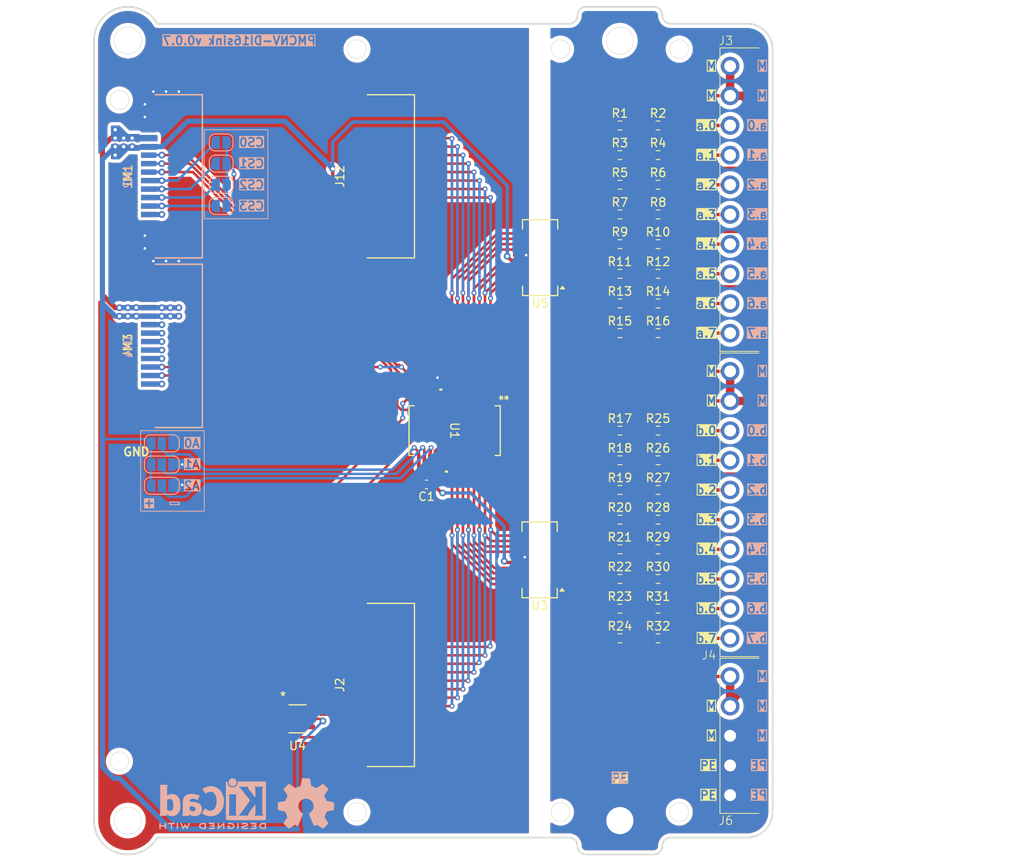
<source format=kicad_pcb>
(kicad_pcb (version 20241229) (generator "pcbnew") (generator_version "9.0")
  (title_block (title "${article} v${version}"))
  (layers (0 "F.Cu" signal) (2 "B.Cu" signal) (13 "F.Paste" user) (15 "B.Paste" user) (5 "F.SilkS" user "F.Silkscreen") (7 "B.SilkS" user "B.Silkscreen") (1 "F.Mask" user) (3 "B.Mask" user) (25 "Edge.Cuts" user))
  (property "article" "PMCNV-DI16sink")
  (property "version" "0.0.7")
  (net 0 "")
  (net 1 "/CS_MCU")
  (net 2 "GND_MCU")
  (net 3 "/SCK_MCU")
  (net 4 "/CS3_MCU")
  (net 5 "/a.1")
  (net 6 "/a.3")
  (net 7 "/a.6")
  (net 8 "/a.5")
  (net 9 "/a.2")
  (net 10 "/a.4")
  (net 11 "/a.7")
  (net 12 "/a.0_div")
  (net 13 "/a.1_div")
  (net 14 "/a.3_div")
  (net 15 "/a.2_div")
  (net 16 "/a.7_div")
  (net 17 "/a.6_div")
  (net 18 "/a.4_div")
  (net 19 "/a.5_div")
  (net 20 "/b.3")
  (net 21 "/b.6")
  (net 22 "/b.4")
  (net 23 "/b.2")
  (net 24 "/b.5")
  (net 25 "/b.7")
  (net 26 "/b.2_div")
  (net 27 "/b.3_div")
  (net 28 "/b.0_div")
  (net 29 "/b.1_div")
  (net 30 "/b.5_div")
  (net 31 "/b.6_div")
  (net 32 "/b.7_div")
  (net 33 "/b.4_div")
  (net 34 "/a.6_in")
  (net 35 "/a.7_in")
  (net 36 "/a.0_in")
  (net 37 "/a.1_in")
  (net 38 "/a.4_in")
  (net 39 "/a.3_in")
  (net 40 "/a.2_in")
  (net 41 "/a.5_in")
  (net 42 "/b.0_in")
  (net 43 "/b.1_in")
  (net 44 "/a.0")
  (net 45 "/b.4_in")
  (net 46 "/b.2_in")
  (net 47 "/b.6_in")
  (net 48 "/b.5_in")
  (net 49 "/b.7_in")
  (net 50 "/b.3_in")
  (net 51 "/b.1")
  (net 52 "/b.0")
  (net 53 "/PE")
  (net 54 "/MISO_MCU")
  (net 55 "/CS0_MCU")
  (net 56 "/CS1_MCU")
  (net 57 "/CS2_MCU")
  (net 58 "+3.3V_MCU")
  (net 59 "/MOSI_MCU")
  (net 64 "/GND_CNV")
  (net 65 "+5V_MCU")
  (net 66 "Net-(JM3-Pin_8)")
  (net 67 "Net-(JM3-Pin_7)")
  (net 68 "Net-(JM3-Pin_6)")
  (net 69 "Net-(JM3-Pin_9)")
  (net 70 "Net-(JM3-Pin_5)")
  (net 71 "unconnected-(U4-2A-Pad3)")
  (net 72 "/CS_LED")
  (net 74 "Net-(JM1-Pin_2)")
  (net 75 "Net-(JM3-Pin_2)")
  (net 76 "/A0")
  (net 77 "/A1")
  (net 78 "/A2")
  (footprint "Resistor_SMD:R_0603_1608Metric" (layer "F.Cu") (at 91.5 121)
    (property "Reference" "R31")
    (property "Value" "2k7")
  )
  (footprint "kicad_inventree_lib:PM-ESP32C3_v0.0.5" (layer "F.Cu") (at 25 100)
    (property "Reference" "U2" (hide yes))
    (property "Value" "~" (hide yes))
    (fp_circle (center 3 -39) (end 4.1 -39) (stroke (width 0.05)) (fill no) (layer "Edge.Cuts"))
    (fp_circle (center 3 39) (end 4.1 39) (stroke (width 0.05)) (fill no) (layer "Edge.Cuts"))
    (fp_circle (center 31 -45) (end 32.1 -45) (stroke (width 0.05)) (fill no) (layer "Edge.Cuts"))
    (fp_circle (center 31 45) (end 32.1 45) (stroke (width 0.05)) (fill no) (layer "Edge.Cuts"))
  )
  (footprint "kicad_inventree_lib:CONN10_AFA07-S12_JUS" (layer "F.Cu") (at 35 90 90)
    (property "Reference" "JM3")
    (property "Value" "AFA07-S12FCC-00")
  )
  (footprint "kicad_inventree_lib:CONN10_AFA07-S12_JUS" (layer "F.Cu") (at 35 70 90)
    (property "Reference" "JM1")
    (property "Value" "AFA07-S12FCC-00")
  )
  (footprint "kicad_inventree_lib:DBV6-M" (layer "F.Cu") (at 49 134)
    (property "Reference" "U4")
    (property "Value" "SN74LVC2G14DBVR")
  )
  (footprint "kicad_inventree_lib:MountingHole_M3" (layer "F.Cu") (at 29 54)
    (property "Reference" "H4" (hide yes))
    (property "Value" "MountingHole_M3")
    (fp_circle (center 0 0) (end 1.6 0) (stroke (width 0.05)) (fill no) (layer "Edge.Cuts"))
  )
  (footprint "Resistor_SMD:R_0603_1608Metric" (layer "F.Cu") (at 91.5 88.5)
    (property "Reference" "R16")
    (property "Value" "2k7")
  )
  (footprint "Resistor_SMD:R_0603_1608Metric" (layer "F.Cu") (at 87 85)
    (property "Reference" "R13")
    (property "Value" "750R")
  )
  (footprint "Resistor_SMD:R_0603_1608Metric" (layer "F.Cu") (at 87 103.5)
    (property "Reference" "R18")
    (property "Value" "750R")
  )
  (footprint "kicad_inventree_lib:MountingHole_M3" (layer "F.Cu") (at 87 54)
    (property "Reference" "H5" (hide yes))
    (property "Value" "MountingHole_M3")
    (fp_circle (center 0 0) (end 1.6 0) (stroke (width 0.05)) (fill no) (layer "Edge.Cuts"))
  )
  (footprint "Resistor_SMD:R_0603_1608Metric" (layer "F.Cu") (at 91.5 110.5)
    (property "Reference" "R28")
    (property "Value" "2k7")
  )
  (footprint "Package_SO:SSOP-20_3.9x8.7mm_P0.635mm" (layer "F.Cu") (at 77.6 79.5925 180)
    (property "Reference" "U5")
    (property "Value" "CA-IS3980P")
  )
  (footprint "Resistor_SMD:R_0603_1608Metric" (layer "F.Cu") (at 91.5 67.5)
    (property "Reference" "R4")
    (property "Value" "2k7")
  )
  (footprint "Resistor_SMD:R_0603_1608Metric" (layer "F.Cu") (at 87 124.5)
    (property "Reference" "R24")
    (property "Value" "750R")
  )
  (footprint "Resistor_SMD:R_0603_1608Metric" (layer "F.Cu") (at 87 121)
    (property "Reference" "R23")
    (property "Value" "750R")
  )
  (footprint "Resistor_SMD:R_0603_1608Metric" (layer "F.Cu") (at 87 81.5)
    (property "Reference" "R11")
    (property "Value" "750R")
  )
  (footprint "Resistor_SMD:R_0603_1608Metric" (layer "F.Cu") (at 91.5 64)
    (property "Reference" "R2")
    (property "Value" "2k7")
  )
  (footprint "Capacitor_SMD:C_0603_1608Metric" (layer "F.Cu") (at 64.205 106.35 180)
    (property "Reference" "C1")
    (property "Value" "100nF")
  )
  (footprint "Resistor_SMD:R_0603_1608Metric" (layer "F.Cu") (at 87 110.5)
    (property "Reference" "R20")
    (property "Value" "750R")
  )
  (footprint "kicad_inventree_lib:SSOP28_MC_MCH" (layer "F.Cu") (at 67.52 100 -90)
    (property "Reference" "U1")
    (property "Value" "MCP23S17_SS")
  )
  (footprint "Resistor_SMD:R_0603_1608Metric" (layer "F.Cu") (at 87 71)
    (property "Reference" "R5")
    (property "Value" "750R")
  )
  (footprint "kicad_inventree_lib:CONN10_AFA07-S12_JUS" (layer "F.Cu") (at 60 70 90)
    (property "Reference" "J12")
    (property "Value" "AFA07-S12FCC-00")
  )
  (footprint "Resistor_SMD:R_0603_1608Metric" (layer "F.Cu") (at 87 67.5)
    (property "Reference" "R3")
    (property "Value" "750R")
  )
  (footprint "kicad_inventree_lib:15EDGRC-3.5-05P" (layer "F.Cu") (at 100 143 90)
    (property "Reference" "J6")
    (property "Value" "15EDGRC-3.5-05P")
  )
  (footprint "kicad_inventree_lib:PM_LED-xx-v0.0.1" (layer "F.Cu") (at 90 100)
    (property "Reference" "SP1" (hide yes))
    (property "Value" "~")
    (fp_circle (center -10 -45) (end -8.9 -45) (stroke (width 0.05)) (fill no) (layer "Edge.Cuts"))
    (fp_circle (center -10 45) (end -8.9 45) (stroke (width 0.05)) (fill no) (layer "Edge.Cuts"))
    (fp_circle (center 4 -45) (end 5.1 -45) (stroke (width 0.05)) (fill no) (layer "Edge.Cuts"))
    (fp_circle (center 4 45) (end 5.1 45) (stroke (width 0.05)) (fill no) (layer "Edge.Cuts"))
  )
  (footprint "Resistor_SMD:R_0603_1608Metric" (layer "F.Cu") (at 91.5 103.5)
    (property "Reference" "R26")
    (property "Value" "2k7")
  )
  (footprint "Resistor_SMD:R_0603_1608Metric" (layer "F.Cu") (at 87 74.5)
    (property "Reference" "R7")
    (property "Value" "750R")
  )
  (footprint "Resistor_SMD:R_0603_1608Metric" (layer "F.Cu") (at 87 100)
    (property "Reference" "R17")
    (property "Value" "750R")
  )
  (footprint "Resistor_SMD:R_0603_1608Metric" (layer "F.Cu") (at 91.5 124.5)
    (property "Reference" "R32")
    (property "Value" "2k7")
  )
  (footprint "Resistor_SMD:R_0603_1608Metric" (layer "F.Cu") (at 91.5 74.5)
    (property "Reference" "R8")
    (property "Value" "2k7")
  )
  (footprint "Resistor_SMD:R_0603_1608Metric" (layer "F.Cu") (at 91.5 117.5)
    (property "Reference" "R30")
    (property "Value" "2k7")
  )
  (footprint "Resistor_SMD:R_0603_1608Metric" (layer "F.Cu") (at 91.5 71)
    (property "Reference" "R6")
    (property "Value" "2k7")
  )
  (footprint "Resistor_SMD:R_0603_1608Metric" (layer "F.Cu") (at 87 64)
    (property "Reference" "R1")
    (property "Value" "750R")
  )
  (footprint "Resistor_SMD:R_0603_1608Metric" (layer "F.Cu") (at 87 117.5)
    (property "Reference" "R22")
    (property "Value" "750R")
  )
  (footprint "kicad_inventree_lib:MountingHole_M3" (layer "F.Cu") (at 29 146)
    (property "Reference" "H6" (hide yes))
    (property "Value" "MountingHole_M3")
    (fp_circle (center 0 0) (end 1.6 0) (stroke (width 0.05)) (fill no) (layer "Edge.Cuts"))
  )
  (footprint "kicad_inventree_lib:CONN10_AFA07-S12_JUS" (layer "F.Cu") (at 60 130 90)
    (property "Reference" "J2")
    (property "Value" "AFA07-S12FCC-00")
  )
  (footprint "Resistor_SMD:R_0603_1608Metric" (layer "F.Cu") (at 91.5 78)
    (property "Reference" "R10")
    (property "Value" "2k7")
  )
  (footprint "Resistor_SMD:R_0603_1608Metric" (layer "F.Cu") (at 91.5 85)
    (property "Reference" "R14")
    (property "Value" "2k7")
  )
  (footprint "Package_SO:SSOP-20_3.9x8.7mm_P0.635mm" (layer "F.Cu") (at 77.54 115.24 180)
    (property "Reference" "U3")
    (property "Value" "CA-IS3980P")
  )
  (footprint "Resistor_SMD:R_0603_1608Metric" (layer "F.Cu") (at 91.5 81.5)
    (property "Reference" "R12")
    (property "Value" "2k7")
  )
  (footprint "Resistor_SMD:R_0603_1608Metric" (layer "F.Cu") (at 87 78)
    (property "Reference" "R9")
    (property "Value" "750R")
  )
  (footprint "Resistor_SMD:R_0603_1608Metric" (layer "F.Cu") (at 87 107)
    (property "Reference" "R19")
    (property "Value" "750R")
  )
  (footprint "kicad_inventree_lib:15EDGRC-3.5-10P" (layer "F.Cu") (at 100 124.5 90)
    (property "Reference" "J4")
    (property "Value" "15EDGRC-3.5-10P")
  )
  (footprint "Resistor_SMD:R_0603_1608Metric" (layer "F.Cu") (at 91.5 107)
    (property "Reference" "R27")
    (property "Value" "2k7")
  )
  (footprint "Resistor_SMD:R_0603_1608Metric" (layer "F.Cu") (at 91.5 100)
    (property "Reference" "R25")
    (property "Value" "2k7")
  )
  (footprint "Resistor_SMD:R_0603_1608Metric" (layer "F.Cu") (at 87 114)
    (property "Reference" "R21")
    (property "Value" "750R")
  )
  (footprint "kicad_inventree_lib:PE" (layer "F.Cu") (at 87 146)
    (property "Reference" "PE1" (hide yes))
    (property "Value" "PE")
  )
  (footprint "kicad_inventree_lib:15EDGRC-3.5-10P" (layer "F.Cu") (at 100 88.5 90)
    (property "Reference" "J3")
    (property "Value" "15EDGRC-3.5-10P")
  )
  (footprint "Resistor_SMD:R_0603_1608Metric" (layer "F.Cu") (at 91.5 114)
    (property "Reference" "R29")
    (property "Value" "2k7")
  )
  (footprint "Resistor_SMD:R_0603_1608Metric" (layer "F.Cu") (at 87 88.5)
    (property "Reference" "R15")
    (property "Value" "750R")
  )
  (footprint "kicad_inventree_lib:CONN10_AFA07-S12_JUS" (layer "B.Cu") (at 35 90 -90)
    (property "Reference" "JM4")
    (property "Value" "AFA07-S12FCC-00")
  )
  (footprint "Jumper:SolderJumper-2_P1.3mm_Open_RoundedPad1.0x1.5mm" (layer "B.Cu") (at 40 68.5)
    (property "Reference" "JP2" (hide yes))
    (property "Value" "SolderJumper_2_Open")
  )
  (footprint "Jumper:SolderJumper-2_P1.3mm_Open_RoundedPad1.0x1.5mm" (layer "B.Cu") (at 40 73.5)
    (property "Reference" "JP4" (hide yes))
    (property "Value" "SolderJumper_2_Open")
  )
  (footprint "Jumper:SolderJumper-2_P1.3mm_Open_RoundedPad1.0x1.5mm" (layer "B.Cu") (at 40 71)
    (property "Reference" "JP3" (hide yes))
    (property "Value" "SolderJumper_2_Open")
  )
  (footprint "kicad_inventree_lib:CONN10_AFA07-S12_JUS" (layer "B.Cu") (at 35 70 -90)
    (property "Reference" "JM2")
    (property "Value" "AFA07-S12FCC-00")
  )
  (footprint "Jumper:SolderJumper-2_P1.3mm_Open_RoundedPad1.0x1.5mm" (layer "B.Cu") (at 40 66)
    (property "Reference" "JP1" (hide yes))
    (property "Value" "SolderJumper_2_Open")
  )
  (footprint "Symbol:KiCad-Logo2_5mm_SilkScreen" (layer "B.Cu") (at 39 144 180)
    (property "Reference" "kicad_logo" (hide yes))
    (property "Value" "KiCad-Logo2_5mm_SilkScreen" (hide yes))
  )
  (footprint "kicad_inventree_lib:SolderJumper-3_P1.3mm_Open_RoundedPad1.0x1.5mm" (layer "B.Cu") (at 33 104 180)
    (property "Reference" "JP6" (hide yes))
    (property "Value" "SolderJumper_3_Open")
  )
  (footprint "Symbol:OSHW-Symbol_6.7x6mm_SilkScreen" (layer "B.Cu") (at 50 144 180)
    (property "Reference" "oshw_logo" (hide yes))
    (property "Value" "OSHW-Symbol_6.7x6mm_SilkScreen" (hide yes))
  )
  (footprint "kicad_inventree_lib:SolderJumper-3_P1.3mm_Open_RoundedPad1.0x1.5mm" (layer "B.Cu") (at 33 101.5 180)
    (property "Reference" "JP5" (hide yes))
    (property "Value" "SolderJumper_3_Open")
  )
  (footprint "kicad_inventree_lib:SolderJumper-3_P1.3mm_Open_RoundedPad1.0x1.5mm" (layer "B.Cu") (at 33 106.5 180)
    (property "Reference" "JP7" (hide yes))
    (property "Value" "SolderJumper_3_Open")
  )
  (gr_rect (start 38 64.5) (end 45.5 75) (stroke (width 0.1)) (fill no) (layer "B.SilkS"))
  (gr_rect (start 30.5 100) (end 38 109.5) (stroke (width 0.1)) (fill no) (layer "B.SilkS"))
  (gr_arc (start 82 51) (mid 81.707107 51.707107) (end 81 52) (stroke (width 0.2)) (layer "Edge.Cuts"))
  (gr_line (start 102 52) (end 93 52) (stroke (width 0.2)) (layer "Edge.Cuts"))
  (gr_arc (start 92 149) (mid 92.292893 148.292893) (end 93 148) (stroke (width 0.2)) (layer "Edge.Cuts"))
  (gr_line (start 93 148) (end 102 148) (stroke (width 0.2)) (layer "Edge.Cuts"))
  (gr_arc (start 32.464101 148) (mid 27.964724 149.863703) (end 25 146) (stroke (width 0.2)) (layer "Edge.Cuts"))
  (gr_line (start 91 50) (end 83 50) (stroke (width 0.2)) (layer "Edge.Cuts"))
  (gr_line (start 83 150) (end 91 150) (stroke (width 0.2)) (layer "Edge.Cuts"))
  (gr_line (start 32.472973 52) (end 81 52) (stroke (width 0.2)) (layer "Edge.Cuts"))
  (gr_arc (start 91 50) (mid 91.707107 50.292893) (end 92 51) (stroke (width 0.2)) (layer "Edge.Cuts"))
  (gr_arc (start 105 145) (mid 104.12132 147.12132) (end 102 148) (stroke (width 0.2)) (layer "Edge.Cuts"))
  (gr_arc (start 102 52) (mid 104.12132 52.87868) (end 105 55) (stroke (width 0.2)) (layer "Edge.Cuts"))
  (gr_arc (start 92 149) (mid 91.707107 149.707107) (end 91 150) (stroke (width 0.2)) (layer "Edge.Cuts"))
  (gr_arc (start 81 148) (mid 81.707107 148.292893) (end 82 149) (stroke (width 0.2)) (layer "Edge.Cuts"))
  (gr_arc (start 93 52) (mid 92.292893 51.707107) (end 92 51) (stroke (width 0.2)) (layer "Edge.Cuts"))
  (gr_line (start 81 148) (end 32.4641 148) (stroke (width 0.2)) (layer "Edge.Cuts"))
  (gr_arc (start 25 54) (mid 26.171573 51.171573) (end 29 50) (stroke (width 0.2)) (layer "Edge.Cuts"))
  (gr_arc (start 29 50) (mid 31.001917 50.537006) (end 32.466314 52.003836) (stroke (width 0.2)) (layer "Edge.Cuts"))
  (gr_arc (start 82 51) (mid 82.292893 50.292893) (end 83 50) (stroke (width 0.2)) (layer "Edge.Cuts"))
  (gr_line (start 105 55) (end 105 145) (stroke (width 0.2)) (layer "Edge.Cuts"))
  (gr_arc (start 83 150) (mid 82.292893 149.707107) (end 82 149) (stroke (width 0.2)) (layer "Edge.Cuts"))
  (gr_line (start 25 54) (end 25 146) (stroke (width 0.2)) (layer "Edge.Cuts"))
  (gr_text "a.6" (at 98.5 85 0) (layer "F.SilkS" knockout) (effects (font (size 1 1) (thickness 0.2) (bold yes)) (justify right)))
  (gr_text "b.7" (at 98.5 124.5 0) (layer "F.SilkS" knockout) (effects (font (size 1 1) (thickness 0.2) (bold yes)) (justify right)))
  (gr_text "M" (at 98.5 136 0) (layer "F.SilkS" knockout) (effects (font (size 1 1) (thickness 0.2) (bold yes)) (justify right)))
  (gr_text "b.3" (at 98.5 110.5 0) (layer "F.SilkS" knockout) (effects (font (size 1 1) (thickness 0.2) (bold yes)) (justify right)))
  (gr_text "M" (at 98.5 60.5 0) (layer "F.SilkS" knockout) (effects (font (size 1 1) (thickness 0.2) (bold yes)) (justify right)))
  (gr_text "a.5" (at 98.5 81.5 0) (layer "F.SilkS" knockout) (effects (font (size 1 1) (thickness 0.2) (bold yes)) (justify right)))
  (gr_text "b.6" (at 98.5 121 0) (layer "F.SilkS" knockout) (effects (font (size 1 1) (thickness 0.2) (bold yes)) (justify right)))
  (gr_text "a.2" (at 98.5 71 0) (layer "F.SilkS" knockout) (effects (font (size 1 1) (thickness 0.2) (bold yes)) (justify right)))
  (gr_text "b.2" (at 98.5 107 0) (layer "F.SilkS" knockout) (effects (font (size 1 1) (thickness 0.2) (bold yes)) (justify right)))
  (gr_text "M" (at 98.5 57 0) (layer "F.SilkS" knockout) (effects (font (size 1 1) (thickness 0.2) (bold yes)) (justify right)))
  (gr_text "b.4" (at 98.5 114 0) (layer "F.SilkS" knockout) (effects (font (size 1 1) (thickness 0.2) (bold yes)) (justify right)))
  (gr_text "M" (at 98.5 132.5 0) (layer "F.SilkS" knockout) (effects (font (size 1 1) (thickness 0.2) (bold yes)) (justify right)))
  (gr_text "PE" (at 98.5 143 0) (layer "F.SilkS" knockout) (effects (font (size 1 1) (thickness 0.2) (bold yes)) (justify right)))
  (gr_text "b.5" (at 98.5 117.5 0) (layer "F.SilkS" knockout) (effects (font (size 1 1) (thickness 0.2) (bold yes)) (justify right)))
  (gr_text "PE" (at 87 141 0) (layer "F.SilkS" knockout) (effects (font (size 1 1) (thickness 0.2) (bold yes))))
  (gr_text "a.4" (at 98.5 78 0) (layer "F.SilkS" knockout) (effects (font (size 1 1) (thickness 0.2) (bold yes)) (justify right)))
  (gr_text "PE" (at 98.5 139.5 0) (layer "F.SilkS" knockout) (effects (font (size 1 1) (thickness 0.2) (bold yes)) (justify right)))
  (gr_text "a.7" (at 98.5 88.5 0) (layer "F.SilkS" knockout) (effects (font (size 1 1) (thickness 0.2) (bold yes)) (justify right)))
  (gr_text "M" (at 98.5 93 0) (layer "F.SilkS" knockout) (effects (font (size 1 1) (thickness 0.2) (bold yes)) (justify right)))
  (gr_text "b.0" (at 98.5 100 0) (layer "F.SilkS" knockout) (effects (font (size 1 1) (thickness 0.2) (bold yes)) (justify right)))
  (gr_text "b.1" (at 98.5 103.5 0) (layer "F.SilkS" knockout) (effects (font (size 1 1) (thickness 0.2) (bold yes)) (justify right)))
  (gr_text "a.0" (at 98.5 64 0) (layer "F.SilkS" knockout) (effects (font (size 1 1) (thickness 0.2) (bold yes)) (justify right)))
  (gr_text "M" (at 98.5 96.5 0) (layer "F.SilkS" knockout) (effects (font (size 1 1) (thickness 0.2) (bold yes)) (justify right)))
  (gr_text "a.3" (at 98.5 74.5 0) (layer "F.SilkS" knockout) (effects (font (size 1 1) (thickness 0.2) (bold yes)) (justify right)))
  (gr_text "GND" (at 30 102.5 0) (layer "F.SilkS") (effects (font (size 1 1) (thickness 0.2) (bold yes))))
  (gr_text "a.1" (at 98.5 67.5 0) (layer "F.SilkS" knockout) (effects (font (size 1 1) (thickness 0.2) (bold yes)) (justify right)))
  (gr_text "b.2" (at 104.5 107 0) (layer "B.SilkS" knockout) (effects (font (size 1 1) (thickness 0.2) (bold yes)) (justify left mirror)))
  (gr_text "PE" (at 104.5 143 0) (layer "B.SilkS" knockout) (effects (font (size 1 1) (thickness 0.2) (bold yes)) (justify left mirror)))
  (gr_text "M" (at 104.5 93 0) (layer "B.SilkS" knockout) (effects (font (size 1 1) (thickness 0.2) (bold yes)) (justify left mirror)))
  (gr_text "a.0" (at 104.5 64 0) (layer "B.SilkS" knockout) (effects (font (size 1 1) (thickness 0.2) (bold yes)) (justify left mirror)))
  (gr_text "a.3" (at 104.5 74.5 0) (layer "B.SilkS" knockout) (effects (font (size 1 1) (thickness 0.2) (bold yes)) (justify left mirror)))
  (gr_text "CS0" (at 42 66 0) (layer "B.SilkS" knockout) (effects (font (size 1 1) (thickness 0.2) (bold yes)) (justify right mirror)))
  (gr_text "a.7" (at 104.5 88.5 0) (layer "B.SilkS" knockout) (effects (font (size 1 1) (thickness 0.2) (bold yes)) (justify left mirror)))
  (gr_text "b.4" (at 104.5 114 0) (layer "B.SilkS" knockout) (effects (font (size 1 1) (thickness 0.2) (bold yes)) (justify left mirror)))
  (gr_text "+" (at 31.5 108.5 0) (layer "B.SilkS" knockout) (effects (font (size 1 1) (thickness 0.2) (bold yes)) (justify mirror)))
  (gr_text "M" (at 104.5 129 0) (layer "B.SilkS" knockout) (effects (font (size 1 1) (thickness 0.2) (bold yes)) (justify left mirror)))
  (gr_text "M" (at 104.5 136 0) (layer "B.SilkS" knockout) (effects (font (size 1 1) (thickness 0.2) (bold yes)) (justify left mirror)))
  (gr_text "a.1" (at 104.5 67.5 0) (layer "B.SilkS" knockout) (effects (font (size 1 1) (thickness 0.2) (bold yes)) (justify left mirror)))
  (gr_text "b.5" (at 104.5 117.5 0) (layer "B.SilkS" knockout) (effects (font (size 1 1) (thickness 0.2) (bold yes)) (justify left mirror)))
  (gr_text "PE" (at 104.5 139.5 0) (layer "B.SilkS" knockout) (effects (font (size 1 1) (thickness 0.2) (bold yes)) (justify left mirror)))
  (gr_text "A0" (at 35.5 101.5 0) (layer "B.SilkS" knockout) (effects (font (size 1 1) (thickness 0.2) (bold yes)) (justify right mirror)))
  (gr_text "-" (at 34.5 108.5 0) (layer "B.SilkS" knockout) (effects (font (size 1 1) (thickness 0.2) (bold yes)) (justify mirror)))
  (gr_text "b.6" (at 104.5 121 0) (layer "B.SilkS" knockout) (effects (font (size 1 1) (thickness 0.2) (bold yes)) (justify left mirror)))
  (gr_text "CS3" (at 42 73.5 0) (layer "B.SilkS" knockout) (effects (font (size 1 1) (thickness 0.2) (bold yes)) (justify right mirror)))
  (gr_text "M" (at 104.5 60.5 0) (layer "B.SilkS" knockout) (effects (font (size 1 1) (thickness 0.2) (bold yes)) (justify left mirror)))
  (gr_text "A1" (at 35.5 104 0) (layer "B.SilkS" knockout) (effects (font (size 1 1) (thickness 0.2) (bold yes)) (justify right mirror)))
  (gr_text "CS2" (at 42 71 0) (layer "B.SilkS" knockout) (effects (font (size 1 1) (thickness 0.2) (bold yes)) (justify right mirror)))
  (gr_text "M" (at 104.5 96.5 0) (layer "B.SilkS" knockout) (effects (font (size 1 1) (thickness 0.2) (bold yes)) (justify left mirror)))
  (gr_text "M" (at 104.5 57 0) (layer "B.SilkS" knockout) (effects (font (size 1 1) (thickness 0.2) (bold yes)) (justify left mirror)))
  (gr_text "b.1" (at 104.5 103.5 0) (layer "B.SilkS" knockout) (effects (font (size 1 1) (thickness 0.2) (bold yes)) (justify left mirror)))
  (gr_text "b.0" (at 104.5 100 0) (layer "B.SilkS" knockout) (effects (font (size 1 1) (thickness 0.2) (bold yes)) (justify left mirror)))
  (gr_text "A2" (at 35.5 106.5 0) (layer "B.SilkS" knockout) (effects (font (size 1 1) (thickness 0.2) (bold yes)) (justify right mirror)))
  (gr_text "M" (at 104.5 132.5 0) (layer "B.SilkS" knockout) (effects (font (size 1 1) (thickness 0.2) (bold yes)) (justify left mirror)))
  (gr_text "a.5" (at 104.5 81.5 0) (layer "B.SilkS" knockout) (effects (font (size 1 1) (thickness 0.2) (bold yes)) (justify left mirror)))
  (gr_text "b.7" (at 104.5 124.5 0) (layer "B.SilkS" knockout) (effects (font (size 1 1) (thickness 0.2) (bold yes)) (justify left mirror)))
  (gr_text "${article} v${version}" (at 33 54 0) (layer "B.SilkS" knockout) (effects (font (size 1 1) (thickness 0.2) (bold yes)) (justify right mirror)))
  (gr_text "a.2" (at 104.5 71 0) (layer "B.SilkS" knockout) (effects (font (size 1 1) (thickness 0.2) (bold yes)) (justify left mirror)))
  (gr_text "a.6" (at 104.5 85 0) (layer "B.SilkS" knockout) (effects (font (size 1 1) (thickness 0.2) (bold yes)) (justify left mirror)))
  (gr_text "PE" (at 87 141 -0) (layer "B.SilkS" knockout) (effects (font (size 1 1) (thickness 0.2) (bold yes)) (justify mirror)))
  (gr_text "CS1" (at 42 68.5 0) (layer "B.SilkS" knockout) (effects (font (size 1 1) (thickness 0.2) (bold yes)) (justify right mirror)))
  (gr_text "a.4" (at 104.5 78 0) (layer "B.SilkS" knockout) (effects (font (size 1 1) (thickness 0.2) (bold yes)) (justify left mirror)))
  (gr_text "b.3" (at 104.5 110.5 0) (layer "B.SilkS" knockout) (effects (font (size 1 1) (thickness 0.2) (bold yes)) (justify left mirror)))
  (segment (start 65.250001 97.629345) (end 65.250001 95.478498) (width 0.3) (layer "F.Cu") (net 1))
  (segment (start 65.149 97.730346) (end 65.250001 97.629345) (width 0.3) (layer "F.Cu") (net 1))
  (segment (start 47.53315 116.21685) (end 65.149 98.601) (width 0.3) (layer "F.Cu") (net 1))
  (segment (start 41.5 71.728497) (end 41.5 69.75) (width 0.3) (layer "F.Cu") (net 1))
  (segment (start 47.53315 133.049999) (end 47.53315 116.21685) (width 0.3) (layer "F.Cu") (net 1))
  (segment (start 65.250001 95.478498) (end 41.5 71.728497) (width 0.3) (layer "F.Cu") (net 1))
  (segment (start 65.149 98.601) (end 65.149 97.730346) (width 0.3) (layer "F.Cu") (net 1))
  (via (at 41.5 69.75) (size 0.6) (drill 0.3) (layers "F.Cu" "B.Cu") (net 1))
  (segment (start 40.65 66) (end 40.65 73.5) (width 0.3) (layer "B.Cu") (net 1))
  (segment (start 41.5 69.35) (end 40.65 68.5) (width 0.3) (layer "B.Cu") (net 1))
  (segment (start 41.5 69.75) (end 41.5 69.35) (width 0.3) (layer "B.Cu") (net 1))
  (segment (start 65.900002 94.150002) (end 65.900002 96.372199) (width 0.4) (layer "F.Cu") (net 2))
  (segment (start 75.786525 114.9225) (end 75.786526 114.922499) (width 0.4) (layer "F.Cu") (net 2))
  (segment (start 76 79.362499) (end 75.912501 79.275) (width 0.4) (layer "F.Cu") (net 2))
  (segment (start 75.925 79.275) (end 75.95 79.3) (width 0.4) (layer "F.Cu") (net 2))
  (segment (start 75 79.275) (end 75.925 79.275) (width 0.4) (layer "F.Cu") (net 2))
  (segment (start 65.5 93.75) (end 65.900002 94.150002) (width 0.4) (layer "F.Cu") (net 2))
  (segment (start 74.94 114.9225) (end 75.786525 114.9225) (width 0.4) (layer "F.Cu") (net 2))
  (via (at 31 61.5) (size 0.6) (drill 0.3) (layers "F.Cu" "B.Cu") (net 2))
  (via (at 33.5 80) (size 0.6) (drill 0.3) (layers "F.Cu" "B.Cu") (net 2))
  (via (at 33.5 60) (size 0.6) (drill 0.3) (layers "F.Cu" "B.Cu") (net 2))
  (via (at 35 60) (size 0.6) (drill 0.3) (layers "F.Cu" "B.Cu") (net 2))
  (via (at 75.95 79.3) (size 0.6) (drill 0.3) (layers "F.Cu" "B.Cu") (net 2))
  (via (at 35.4 104) (size 0.6) (drill 0.3) (layers "F.Cu" "B.Cu") (net 2))
  (via (at 32 80) (size 0.6) (drill 0.3) (layers "F.Cu" "B.Cu") (net 2))
  (via (at 31 63) (size 0.6) (drill 0.3) (layers "F.Cu" "B.Cu") (net 2))
  (via (at 65.5 93.75) (size 0.6) (drill 0.3) (layers "F.Cu" "B.Cu") (net 2))
  (via (at 35.4 106.4) (size 0.6) (drill 0.3) (layers "F.Cu" "B.Cu") (net 2))
  (via (at 35 80) (size 0.6) (drill 0.3) (layers "F.Cu" "B.Cu") (net 2))
  (via (at 75.786526 114.922499) (size 0.6) (drill 0.3) (layers "F.Cu" "B.Cu") (net 2))
  (via (at 31 78.5) (size 0.6) (drill 0.3) (layers "F.Cu" "B.Cu") (net 2))
  (via (at 31 77) (size 0.6) (drill 0.3) (layers "F.Cu" "B.Cu") (net 2))
  (via (at 32 60) (size 0.6) (drill 0.3) (layers "F.Cu" "B.Cu") (net 2))
  (segment (start 33 93.5) (end 31.444004 93.5) (width 0.6) (layer "F.Cu") (net 3))
  (segment (start 36.66219 69.5) (end 31.444 69.5) (width 0.3) (layer "F.Cu") (net 3))
  (segment (start 64.595002 96.372199) (end 64.595002 97.467898) (width 0.3) (layer "F.Cu") (net 3))
  (segment (start 33 93.5) (end 60 93.5) (width 0.3) (layer "F.Cu") (net 3))
  (segment (start 64.511901 97.550999) (end 61.230345 97.550999) (width 0.3) (layer "F.Cu") (net 3))
  (segment (start 60.75 97.070654) (end 60.75 94.25) (width 0.3) (layer "F.Cu") (net 3))
  (segment (start 64.595002 97.467898) (end 64.511901 97.550999) (width 0.3) (layer "F.Cu") (net 3))
  (segment (start 61.230345 97.550999) (end 60.75 97.070654) (width 0.3) (layer "F.Cu") (net 3))
  (segment (start 33 69.5) (end 31.444 69.5) (width 0.3) (layer "F.Cu") (net 3))
  (segment (start 60 93.5) (end 60 92.83781) (width 0.3) (layer "F.Cu") (net 3))
  (segment (start 60.75 94.25) (end 60 93.5) (width 0.3) (layer "F.Cu") (net 3))
  (segment (start 31.444004 93.5) (end 31.444 93.499996) (width 0.6) (layer "F.Cu") (net 3))
  (segment (start 60 92.83781) (end 36.66219 69.5) (width 0.3) (layer "F.Cu") (net 3))
  (via (at 33 93.5) (size 0.8) (drill 0.4) (layers "F.Cu" "B.Cu") (net 3))
  (via (at 33 69.5) (size 0.8) (drill 0.4) (layers "F.Cu" "B.Cu") (net 3))
  (segment (start 31.444 69.5) (end 33 69.5) (width 0.3) (layer "B.Cu") (net 3))
  (segment (start 31.444 93.499996) (end 32.999996 93.499996) (width 0.6) (layer "B.Cu") (net 3))
  (segment (start 32.999996 93.499996) (end 33 93.5) (width 0.6) (layer "B.Cu") (net 3))
  (segment (start 32.999996 73.499996) (end 33 73.5) (width 0.6) (layer "F.Cu") (net 4))
  (segment (start 31.444 73.499996) (end 32.999996 73.499996) (width 0.6) (layer "F.Cu") (net 4))
  (via (at 33 73.5) (size 0.8) (drill 0.4) (layers "F.Cu" "B.Cu") (net 4))
  (segment (start 33 73.5) (end 31.444004 73.5) (width 0.6) (layer "B.Cu") (net 4))
  (segment (start 31.444004 73.5) (end 31.444 73.499996) (width 0.3) (layer "B.Cu") (net 4))
  (segment (start 39.35 73.5) (end 31.444004 73.5) (width 0.3) (layer "B.Cu") (net 4))
  (segment (start 67.850001 96.372199) (end 67.850001 84.400001) (width 0.3) (layer "F.Cu") (net 5))
  (segment (start 72.63 77.37) (end 75 77.37) (width 0.3) (layer "F.Cu") (net 5))
  (segment (start 67.850001 84.400001) (end 67.85 84.4) (width 0.3) (layer "F.Cu") (net 5))
  (segment (start 67.85 82.15) (end 72.63 77.37) (width 0.3) (layer "F.Cu") (net 5))
  (segment (start 67.85 66.500004) (end 56.444 66.500004) (width 0.3) (layer "F.Cu") (net 5))
  (segment (start 67.85 84.4) (end 67.85 82.15) (width 0.3) (layer "F.Cu") (net 5))
  (via (at 67.85 66.500004) (size 0.6) (drill 0.3) (layers "F.Cu" "B.Cu") (net 5))
  (via (at 67.85 84.4) (size 0.6) (drill 0.3) (layers "F.Cu" "B.Cu") (net 5))
  (segment (start 67.85 84.4) (end 67.85 66.500004) (width 0.3) (layer "B.Cu") (net 5))
  (segment (start 72.86 78.64) (end 75 78.64) (width 0.3) (layer "F.Cu") (net 6))
  (segment (start 69.15 68.5) (end 56.444 68.5) (width 0.3) (layer "F.Cu") (net 6))
  (segment (start 69.15 84.4) (end 69.150001 84.400001) (width 0.3) (layer "F.Cu") (net 6))
  (segment (start 69.15 84.4) (end 69.15 82.35) (width 0.3) (layer "F.Cu") (net 6))
  (segment (start 69.15 82.35) (end 72.86 78.64) (width 0.3) (layer "F.Cu") (net 6))
  (segment (start 69.150001 84.400001) (end 69.150001 96.372199) (width 0.3) (layer "F.Cu") (net 6))
  (via (at 69.15 68.5) (size 0.6) (drill 0.3) (layers "F.Cu" "B.Cu") (net 6))
  (via (at 69.15 84.4) (size 0.6) (drill 0.3) (layers "F.Cu" "B.Cu") (net 6))
  (segment (start 69.15 84.4) (end 69.15 68.5) (width 0.3) (layer "B.Cu") (net 6))
  (segment (start 71.099999 83.750001) (end 71.099999 96.372199) (width 0.3) (layer "F.Cu") (net 7))
  (segment (start 75 81.815) (end 73.035 81.815) (width 0.3) (layer "F.Cu") (net 7))
  (segment (start 73.035 81.815) (end 71.1 83.75) (width 0.3) (layer "F.Cu") (net 7))
  (segment (start 71.1 83.75) (end 71.099999 83.750001) (width 0.3) (layer "F.Cu") (net 7))
  (segment (start 71.1 71.5) (end 56.444 71.5) (width 0.3) (layer "F.Cu") (net 7))
  (via (at 71.1 71.5) (size 0.6) (drill 0.3) (layers "F.Cu" "B.Cu") (net 7))
  (via (at 71.1 83.75) (size 0.6) (drill 0.3) (layers "F.Cu" "B.Cu") (net 7))
  (segment (start 71.1 83.75) (end 71.1 71.5) (width 0.3) (layer "B.Cu") (net 7))
  (segment (start 70.45 70.5) (end 56.444 70.5) (width 0.3) (layer "F.Cu") (net 8))
  (segment (start 70.45 83.3) (end 72.57 81.18) (width 0.3) (layer "F.Cu") (net 8))
  (segment (start 72.57 81.18) (end 75 81.18) (width 0.3) (layer "F.Cu") (net 8))
  (segment (start 70.45 84.4) (end 70.45 96.372199) (width 0.3) (layer "F.Cu") (net 8))
  (segment (start 70.45 84.4) (end 70.45 83.3) (width 0.3) (layer "F.Cu") (net 8))
  (via (at 70.45 84.4) (size 0.6) (drill 0.3) (layers "F.Cu" "B.Cu") (net 8))
  (via (at 70.45 70.5) (size 0.6) (drill 0.3) (layers "F.Cu" "B.Cu") (net 8))
  (segment (start 70.45 84.4) (end 70.45 70.5) (width 0.3) (layer "B.Cu") (net 8))
  (segment (start 68.5 83.75) (end 68.5 84.4) (width 0.3) (layer "F.Cu") (net 9))
  (segment (start 68.499999 84.400001) (end 68.499999 96.372199) (width 0.3) (layer "F.Cu") (net 9))
  (segment (start 68.5 84.4) (end 68.499999 84.400001) (width 0.3) (layer "F.Cu") (net 9))
  (segment (start 68.5 67.5) (end 67.2 67.5) (width 0.3) (layer "F.Cu") (net 9))
  (segment (start 72.78648 78.005) (end 75 78.005) (width 0.3) (layer "F.Cu") (net 9))
  (segment (start 68.5 82.29148) (end 72.78648 78.005) (width 0.3) (layer "F.Cu") (net 9))
  (segment (start 67.2 67.5) (end 67.199998 67.500002) (width 0.3) (layer "F.Cu") (net 9))
  (segment (start 68.5 83.75) (end 68.5 82.29148) (width 0.3) (layer "F.Cu") (net 9))
  (segment (start 67.199998 67.500002) (end 56.444 67.500002) (width 0.3) (layer "F.Cu") (net 9))
  (via (at 68.5 83.75) (size 0.6) (drill 0.3) (layers "F.Cu" "B.Cu") (net 9))
  (via (at 68.5 67.5) (size 0.6) (drill 0.3) (layers "F.Cu" "B.Cu") (net 9))
  (segment (start 68.5 83.75) (end 68.5 67.5) (width 0.3) (layer "B.Cu") (net 9))
  (segment (start 69.8 84.4) (end 69.799999 84.400001) (width 0.3) (layer "F.Cu") (net 10))
  (segment (start 69.8 83.24148) (end 72.49648 80.545) (width 0.3) (layer "F.Cu") (net 10))
  (segment (start 69.8 69.5) (end 56.444 69.5) (width 0.3) (layer "F.Cu") (net 10))
  (segment (start 69.8 83.75) (end 69.8 84.4) (width 0.3) (layer "F.Cu") (net 10))
  (segment (start 69.799999 84.400001) (end 69.799999 96.372199) (width 0.3) (layer "F.Cu") (net 10))
  (segment (start 74.9125 80.6325) (end 75 80.545) (width 0.3) (layer "F.Cu") (net 10))
  (segment (start 72.49648 80.545) (end 75 80.545) (width 0.3) (layer "F.Cu") (net 10))
  (segment (start 69.8 83.75) (end 69.8 83.24148) (width 0.3) (layer "F.Cu") (net 10))
  (via (at 69.8 69.5) (size 0.6) (drill 0.3) (layers "F.Cu" "B.Cu") (net 10))
  (via (at 69.8 83.75) (size 0.6) (drill 0.3) (layers "F.Cu" "B.Cu") (net 10))
  (segment (start 69.8 83.75) (end 69.8 69.5) (width 0.3) (layer "B.Cu") (net 10))
  (segment (start 71.549998 72.499998) (end 56.444 72.499998) (width 0.3) (layer "F.Cu") (net 11))
  (segment (start 71.75 72.5) (end 71.55 72.5) (width 0.3) (layer "F.Cu") (net 11))
  (segment (start 71.75 83.80852) (end 73.10852 82.45) (width 0.3) (layer "F.Cu") (net 11))
  (segment (start 71.75 84.4) (end 71.75 96.372199) (width 0.3) (layer "F.Cu") (net 11))
  (segment (start 71.55 72.5) (end 71.549998 72.499998) (width 0.3) (layer "F.Cu") (net 11))
  (segment (start 71.75 84.4) (end 71.75 83.80852) (width 0.3) (layer "F.Cu") (net 11))
  (segment (start 73.10852 82.45) (end 75 82.45) (width 0.3) (layer "F.Cu") (net 11))
  (via (at 71.75 84.4) (size 0.6) (drill 0.3) (layers "F.Cu" "B.Cu") (net 11))
  (via (at 71.75 72.5) (size 0.6) (drill 0.3) (layers "F.Cu" "B.Cu") (net 11))
  (segment (start 71.75 84.4) (end 71.75 72.5) (width 0.3) (layer "B.Cu") (net 11))
  (segment (start 87.825 64) (end 90.675 64) (width 0.4) (layer "F.Cu") (net 12))
  (segment (start 86.95 64.875) (end 86.622402 64.875) (width 0.4) (layer "F.Cu") (net 12))
  (segment (start 80.14 71.357402) (end 80.14 76.675) (width 0.4) (layer "F.Cu") (net 12))
  (segment (start 80.14 76.675) (end 80.2 76.735) (width 0.4) (layer "F.Cu") (net 12))
  (segment (start 87.825 64) (end 86.95 64.875) (width 0.4) (layer "F.Cu") (net 12))
  (segment (start 86.622402 64.875) (end 80.14 71.357402) (width 0.4) (layer "F.Cu") (net 12))
  (segment (start 83.128 69.21793) (end 83.128 75.4345) (width 0.4) (layer "F.Cu") (net 13))
  (segment (start 87.825 67.5) (end 90.675 67.5) (width 0.4) (layer "F.Cu") (net 13))
  (segment (start 87.825 67.5) (end 86.95 66.625) (width 0.4) (layer "F.Cu") (net 13))
  (segment (start 85.72093 66.625) (end 83.128 69.21793) (width 0.4) (layer "F.Cu") (net 13))
  (segment (start 86.95 66.625) (end 85.72093 66.625) (width 0.4) (layer "F.Cu") (net 13))
  (segment (start 81.1925 77.37) (end 80.2 77.37) (width 0.4) (layer "F.Cu") (net 13))
  (segment (start 83.128 75.4345) (end 81.1925 77.37) (width 0.4) (layer "F.Cu") (net 13))
  (segment (start 87.825 74.5) (end 90.675 74.5) (width 0.4) (layer "F.Cu") (net 14))
  (segment (start 82.136 78.64) (end 80.2 78.64) (width 0.4) (layer "F.Cu") (net 14))
  (segment (start 86.95 73.625) (end 85.72093 73.625) (width 0.4) (layer "F.Cu") (net 14))
  (segment (start 85.72093 73.625) (end 85.375 73.97093) (width 0.4) (layer "F.Cu") (net 14))
  (segment (start 87.825 74.5) (end 86.95 73.625) (width 0.4) (layer "F.Cu") (net 14))
  (segment (start 85.375 73.97093) (end 85.375 75.401) (width 0.4) (layer "F.Cu") (net 14))
  (segment (start 85.375 75.401) (end 82.136 78.64) (width 0.4) (layer "F.Cu") (net 14))
  (segment (start 84.775 74.985) (end 81.755 78.005) (width 0.4) (layer "F.Cu") (net 15))
  (segment (start 87.825 71) (end 86.95 71.875) (width 0.4) (layer "F.Cu") (net 15))
  (segment (start 81.755 78.005) (end 80.2 78.005) (width 0.4) (layer "F.Cu") (net 15))
  (segment (start 86.622402 71.875) (end 84.775 73.722402) (width 0.4) (layer "F.Cu") (net 15))
  (segment (start 84.775 73.722402) (end 84.775 74.985) (width 0.4) (layer "F.Cu") (net 15))
  (segment (start 86.95 71.875) (end 86.622402 71.875) (width 0.4) (layer "F.Cu") (net 15))
  (segment (start 87.825 71) (end 90.675 71) (width 0.4) (layer "F.Cu") (net 15))
  (segment (start 87.825 88.5) (end 86.95 87.625) (width 0.4) (layer "F.Cu") (net 16))
  (segment (start 86.95 87.625) (end 86.552722 87.625) (width 0.4) (layer "F.Cu") (net 16))
  (segment (start 86.552722 87.625) (end 81.377722 82.45) (width 0.4) (layer "F.Cu") (net 16))
  (segment (start 81.377722 82.45) (end 80.2 82.45) (width 0.4) (layer "F.Cu") (net 16))
  (segment (start 87.825 88.5) (end 90.675 88.5) (width 0.4) (layer "F.Cu") (net 16))
  (segment (start 87.825 85) (end 86.95 85.875) (width 0.4) (layer "F.Cu") (net 17))
  (segment (start 85.65125 85.875) (end 81.59125 81.815) (width 0.4) (layer "F.Cu") (net 17))
  (segment (start 87.825 85) (end 90.675 85) (width 0.4) (layer "F.Cu") (net 17))
  (segment (start 86.95 85.875) (end 85.65125 85.875) (width 0.4) (layer "F.Cu") (net 17))
  (segment (start 81.59125 81.815) (end 80.2 81.815) (width 0.4) (layer "F.Cu") (net 17))
  (segment (start 87.825 78) (end 90.675 78) (width 0.4) (layer "F.Cu") (net 18))
  (segment (start 87.825 78) (end 87.825 77.67907) (width 0.4) (layer "F.Cu") (net 18))
  (segment (start 86.33207 79.172) (end 85.500528 79.172) (width 0.4) (layer "F.Cu") (net 18))
  (segment (start 85.500528 79.172) (end 84.127528 80.545) (width 0.4) (layer "F.Cu") (net 18))
  (segment (start 84.127528 80.545) (end 80.2275 80.545) (width 0.4) (layer "F.Cu") (net 18))
  (segment (start 87.825 77.67907) (end 86.33207 79.172) (width 0.4) (layer "F.Cu") (net 18))
  (segment (start 84.896056 80.625) (end 84.341056 81.18) (width 0.4) (layer "F.Cu") (net 19))
  (segment (start 87.825 81.5) (end 90.675 81.5) (width 0.4) (layer "F.Cu") (net 19))
  (segment (start 84.341056 81.18) (end 80.2275 81.18) (width 0.4) (layer "F.Cu") (net 19))
  (segment (start 86.95 80.625) (end 84.896056 80.625) (width 0.4) (layer "F.Cu") (net 19))
  (segment (start 87.825 81.5) (end 86.95 80.625) (width 0.4) (layer "F.Cu") (net 19))
  (segment (start 69.799999 103.627801) (end 69.799999 112.349999) (width 0.3) (layer "F.Cu") (net 20))
  (segment (start 69.8 112.35) (end 69.8 113.057785) (width 0.3) (layer "F.Cu") (net 20))
  (segment (start 69.8 128.5) (end 56.444 128.5) (width 0.3) (layer "F.Cu") (net 20))
  (segment (start 74.9395 114.288) (end 74.94 114.2875) (width 0.3) (layer "F.Cu") (net 20))
  (segment (start 71.029715 114.2875) (end 74.94 114.2875) (width 0.3) (layer "F.Cu") (net 20))
  (segment (start 69.799999 112.349999) (end 69.8 112.35) (width 0.3) (layer "F.Cu") (net 20))
  (segment (start 69.8 113.057785) (end 71.029715 114.2875) (width 0.3) (layer "F.Cu") (net 20))
  (via (at 69.8 128.5) (size 0.6) (drill 0.3) (layers "F.Cu" "B.Cu") (net 20))
  (via (at 69.8 112.35) (size 0.6) (drill 0.3) (layers "F.Cu" "B.Cu") (net 20))
  (segment (start 69.8 112.35) (end 69.8 128.5) (width 0.3) (layer "B.Cu") (net 20))
  (segment (start 67.85 131.5) (end 56.444 131.5) (width 0.3) (layer "F.Cu") (net 21))
  (segment (start 67.85 113.35) (end 71.9625 117.4625) (width 0.3) (layer "F.Cu") (net 21))
  (segment (start 71.9625 117.4625) (end 74.94 117.4625) (width 0.3) (layer "F.Cu") (net 21))
  (segment (start 67.85 111.05) (end 67.850001 111.049999) (width 0.3) (layer "F.Cu") (net 21))
  (segment (start 74.9395 117.462) (end 74.94 117.4625) (width 0.3) (layer "F.Cu") (net 21))
  (segment (start 67.850001 111.049999) (end 67.850001 103.627801) (width 0.3) (layer "F.Cu") (net 21))
  (segment (start 67.85 111.7) (end 67.85 111.05) (width 0.3) (layer "F.Cu") (net 21))
  (segment (start 67.85 111.7) (end 67.85 113.35) (width 0.3) (layer "F.Cu") (net 21))
  (via (at 67.85 111.7) (size 0.6) (drill 0.3) (layers "F.Cu" "B.Cu") (net 21))
  (via (at 67.85 131.5) (size 0.6) (drill 0.3) (layers "F.Cu" "B.Cu") (net 21))
  (segment (start 67.85 111.7) (end 67.85 131.5) (width 0.3) (layer "B.Cu") (net 21))
  (segment (start 74.9395 116.192) (end 74.94 116.1925) (width 0.3) (layer "F.Cu") (net 22))
  (segment (start 72.1925 116.1925) (end 74.94 116.1925) (width 0.3) (layer "F.Cu") (net 22))
  (segment (start 69.15 111.7) (end 69.15 111.05) (width 0.3) (layer "F.Cu") (net 22))
  (segment (start 69.15 111.7) (end 69.15 113.15) (width 0.3) (layer "F.Cu") (net 22))
  (segment (start 69.1 129.5) (end 56.444 129.5) (width 0.3) (layer "F.Cu") (net 22))
  (segment (start 69.15 113.15) (end 72.1925 116.1925) (width 0.3) (layer "F.Cu") (net 22))
  (segment (start 69.15 111.05) (end 69.150001 111.049999) (width 0.3) (layer "F.Cu") (net 22))
  (segment (start 69.150001 111.049999) (end 69.150001 103.627801) (width 0.3) (layer "F.Cu") (net 22))
  (via (at 69.15 111.7) (size 0.6) (drill 0.3) (layers "F.Cu" "B.Cu") (net 22))
  (via (at 69.1 129.5) (size 0.6) (drill 0.3) (layers "F.Cu" "B.Cu") (net 22))
  (segment (start 69.1 129.5) (end 69.15 129.45) (width 0.3) (layer "B.Cu") (net 22))
  (segment (start 69.15 129.45) (end 69.15 111.7) (width 0.3) (layer "B.Cu") (net 22))
  (segment (start 70.45 111.7) (end 70.45 103.627801) (width 0.3) (layer "F.Cu") (net 23))
  (segment (start 71.103235 113.6525) (end 74.94 113.6525) (width 0.3) (layer "F.Cu") (net 23))
  (segment (start 70.375 127.375) (end 70.249998 127.500002) (width 0.3) (layer "F.Cu") (net 23))
  (segment (start 70.249998 127.500002) (end 56.444 127.500002) (width 0.3) (layer "F.Cu") (net 23))
  (segment (start 70.45 112.999265) (end 71.103235 113.6525) (width 0.3) (layer "F.Cu") (net 23))
  (segment (start 70.4 127.375) (end 70.375 127.375) (width 0.3) (layer "F.Cu") (net 23))
  (segment (start 74.9395 113.652) (end 74.94 113.6525) (width 0.3) (layer "F.Cu") (net 23))
  (segment (start 70.45 111.7) (end 70.45 112.999265) (width 0.3) (layer "F.Cu") (net 23))
  (via (at 70.4 127.375) (size 0.6) (drill 0.3) (layers "F.Cu" "B.Cu") (net 23))
  (via (at 70.45 111.7) (size 0.6) (drill 0.3) (layers "F.Cu" "B.Cu") (net 23))
  (segment (start 70.45 127.325) (end 70.4 127.375) (width 0.3) (layer "B.Cu") (net 23))
  (segment (start 70.45 111.7) (end 70.45 127.325) (width 0.3) (layer "B.Cu") (net 23))
  (segment (start 68.5 130.5) (end 56.444 130.5) (width 0.3) (layer "F.Cu") (net 24))
  (segment (start 72.11898 116.8275) (end 74.94 116.8275) (width 0.3) (layer "F.Cu") (net 24))
  (segment (start 68.5 112.35) (end 68.5 113.20852) (width 0.3) (layer "F.Cu") (net 24))
  (segment (start 68.5 113.20852) (end 72.11898 116.8275) (width 0.3) (layer "F.Cu") (net 24))
  (segment (start 68.499999 112.349999) (end 68.5 112.35) (width 0.3) (layer "F.Cu") (net 24))
  (segment (start 74.9395 116.828) (end 74.94 116.8275) (width 0.3) (layer "F.Cu") (net 24))
  (segment (start 68.499999 103.627801) (end 68.499999 112.349999) (width 0.3) (layer "F.Cu") (net 24))
  (via (at 68.5 112.35) (size 0.6) (drill 0.3) (layers "F.Cu" "B.Cu") (net 24))
  (via (at 68.5 130.5) (size 0.6) (drill 0.3) (layers "F.Cu" "B.Cu") (net 24))
  (segment (start 68.5 112.35) (end 68.5 130.5) (width 0.3) (layer "B.Cu") (net 24))
  (segment (start 67.199999 112.349999) (end 67.2 112.35) (width 0.3) (layer "F.Cu") (net 25))
  (segment (start 67.199998 132.499998) (end 56.444 132.499998) (width 0.3) (layer "F.Cu") (net 25))
  (segment (start 67.199999 103.627801) (end 67.199999 112.349999) (width 0.3) (layer "F.Cu") (net 25))
  (segment (start 71.88898 118.0975) (end 74.94 118.0975) (width 0.3) (layer "F.Cu") (net 25))
  (segment (start 67.2 113.40852) (end 71.88898 118.0975) (width 0.3) (layer "F.Cu") (net 25))
  (segment (start 67.2 112.35) (end 67.2 113.40852) (width 0.3) (layer "F.Cu") (net 25))
  (segment (start 74.9395 118.098) (end 74.94 118.0975) (width 0.3) (layer "F.Cu") (net 25))
  (segment (start 67.2 132.5) (end 67.199998 132.499998) (width 0.3) (layer "F.Cu") (net 25))
  (via (at 67.2 132.5) (size 0.6) (drill 0.3) (layers "F.Cu" "B.Cu") (net 25))
  (via (at 67.2 112.35) (size 0.6) (drill 0.3) (layers "F.Cu" "B.Cu") (net 25))
  (segment (start 67.2 112.35) (end 67.2 132.5) (width 0.3) (layer "B.Cu") (net 25))
  (segment (start 86.95 107.875) (end 86.622402 107.875) (width 0.4) (layer "F.Cu") (net 26))
  (segment (start 87.825 107) (end 86.95 107.875) (width 0.4) (layer "F.Cu") (net 26))
  (segment (start 84.775 109.722402) (end 84.775 110.504528) (width 0.4) (layer "F.Cu") (net 26))
  (segment (start 81.627028 113.6525) (end 80.14 113.6525) (width 0.4) (layer "F.Cu") (net 26))
  (segment (start 84.775 110.504528) (end 81.627028 113.6525) (width 0.4) (layer "F.Cu") (net 26))
  (segment (start 86.622402 107.875) (end 84.775 109.722402) (width 0.4) (layer "F.Cu") (net 26))
  (segment (start 87.825 107) (end 90.675 107) (width 0.4) (layer "F.Cu") (net 26))
  (segment (start 85.375 110.753056) (end 81.840556 114.2875) (width 0.4) (layer "F.Cu") (net 27))
  (segment (start 85.72093 109.625) (end 85.375 109.97093) (width 0.4) (layer "F.Cu") (net 27))
  (segment (start 85.375 109.97093) (end 85.375 110.753056) (width 0.4) (layer "F.Cu") (net 27))
  (segment (start 87.825 110.5) (end 86.95 109.625) (width 0.4) (layer "F.Cu") (net 27))
  (segment (start 87.825 110.5) (end 90.675 110.5) (width 0.4) (layer "F.Cu") (net 27))
  (segment (start 81.840556 114.2875) (end 80.14 114.2875) (width 0.4) (layer "F.Cu") (net 27))
  (segment (start 86.95 109.625) (end 85.72093 109.625) (width 0.4) (layer "F.Cu") (net 27))
  (segment (start 86.95 100.875) (end 86.571 100.875) (width 0.4) (layer "F.Cu") (net 28))
  (segment (start 80.14 107.306) (end 80.14 112.3825) (width 0.4) (layer "F.Cu") (net 28))
  (segment (start 86.571 100.875) (end 80.14 107.306) (width 0.4) (layer "F.Cu") (net 28))
  (segment (start 87.825 100) (end 90.675 100) (width 0.4) (layer "F.Cu") (net 28))
  (segment (start 87.825 100) (end 86.95 100.875) (width 0.4) (layer "F.Cu") (net 28))
  (segment (start 87.825 103.5) (end 90.675 103.5) (width 0.4) (layer "F.Cu") (net 29))
  (segment (start 81.4135 113.0175) (end 80.14 113.0175) (width 0.4) (layer "F.Cu") (net 29))
  (segment (start 87.825 103.5) (end 86.95 102.625) (width 0.4) (layer "F.Cu") (net 29))
  (segment (start 84.144 110.287) (end 81.4135 113.0175) (width 0.4) (layer "F.Cu") (net 29))
  (segment (start 86.95 102.625) (end 85.72093 102.625) (width 0.4) (layer "F.Cu") (net 29))
  (segment (start 84.144 104.20193) (end 84.144 110.287) (width 0.4) (layer "F.Cu") (net 29))
  (segment (start 85.72093 102.625) (end 84.144 104.20193) (width 0.4) (layer "F.Cu") (net 29))
  (segment (start 87.825 117.5) (end 90.675 117.5) (width 0.4) (layer "F.Cu") (net 30))
  (segment (start 81.743 116.625) (end 81.5405 116.8275) (width 0.4) (layer "F.Cu") (net 30))
  (segment (start 87.825 117.5) (end 86.95 116.625) (width 0.4) (layer "F.Cu") (net 30))
  (segment (start 86.95 116.625) (end 81.743 116.625) (width 0.4) (layer "F.Cu") (net 30))
  (segment (start 81.5405 116.8275) (end 80.14 116.8275) (width 0.4) (layer "F.Cu") (net 30))
  (segment (start 85.2895 121.875) (end 80.877 117.4625) (width 0.4) (layer "F.Cu") (net 31))
  (segment (start 87.825 121) (end 90.675 121) (width 0.4) (layer "F.Cu") (net 31))
  (segment (start 80.877 117.4625) (end 80.14 117.4625) (width 0.4) (layer "F.Cu") (net 31))
  (segment (start 86.95 121.875) (end 85.2895 121.875) (width 0.4) (layer "F.Cu") (net 31))
  (segment (start 87.825 121) (end 86.95 121.875) (width 0.4) (layer "F.Cu") (net 31))
  (segment (start 87.825 124.5) (end 86.95 123.625) (width 0.4) (layer "F.Cu") (net 32))
  (segment (start 87.825 124.5) (end 90.675 124.5) (width 0.4) (layer "F.Cu") (net 32))
  (segment (start 85.6675 123.625) (end 80.14 118.0975) (width 0.4) (layer "F.Cu") (net 32))
  (segment (start 86.95 123.625) (end 85.6675 123.625) (width 0.4) (layer "F.Cu") (net 32))
  (segment (start 87.825 114) (end 90.675 114) (width 0.4) (layer "F.Cu") (net 33))
  (segment (start 81.105 116.1925) (end 80.14 116.1925) (width 0.4) (layer "F.Cu") (net 33))
  (segment (start 85.668 115.748) (end 81.5495 115.748) (width 0.4) (layer "F.Cu") (net 33))
  (segment (start 86.176 115.24) (end 85.668 115.748) (width 0.4) (layer "F.Cu") (net 33))
  (segment (start 87.825 114) (end 86.585 115.24) (width 0.4) (layer "F.Cu") (net 33))
  (segment (start 81.5495 115.748) (end 81.105 116.1925) (width 0.4) (layer "F.Cu") (net 33))
  (segment (start 86.585 115.24) (end 86.176 115.24) (width 0.4) (layer "F.Cu") (net 33))
  (segment (start 92.325 85) (end 100 85) (width 0.4) (layer "F.Cu") (net 34))
  (segment (start 92.325 88.5) (end 100 88.5) (width 0.4) (layer "F.Cu") (net 35))
  (segment (start 92.325 64) (end 100 64) (width 0.4) (layer "F.Cu") (net 36))
  (segment (start 92.325 67.5) (end 100 67.5) (width 0.4) (layer "F.Cu") (net 37))
  (segment (start 92.325 78) (end 100 78) (width 0.4) (layer "F.Cu") (net 38))
  (segment (start 92.325 74.5) (end 100 74.5) (width 0.4) (layer "F.Cu") (net 39))
  (segment (start 92.325 71) (end 100 71) (width 0.4) (layer "F.Cu") (net 40))
  (segment (start 92.325 81.5) (end 100 81.5) (width 0.4) (layer "F.Cu") (net 41))
  (segment (start 92.325 100) (end 100 100) (width 0.4) (layer "F.Cu") (net 42))
  (segment (start 92.325 103.5) (end 100 103.5) (width 0.4) (layer "F.Cu") (net 43))
  (segment (start 75 76.735) (end 72.55648 76.735) (width 0.3) (layer "F.Cu") (net 44))
  (segment (start 67.2 82.09148) (end 67.2 83.75) (width 0.3) (layer "F.Cu") (net 44))
  (segment (start 67.200002 83.750002) (end 67.200002 96.372199) (width 0.3) (layer "F.Cu") (net 44))
  (segment (start 67.192525 65.557475) (end 67.135056 65.500006) (width 0.3) (layer "F.Cu") (net 44))
  (segment (start 67.2 83.75) (end 67.200002 83.750002) (width 0.3) (layer "F.Cu") (net 44))
  (segment (start 67.135056 65.500006) (end 56.444 65.500006) (width 0.3) (layer "F.Cu") (net 44))
  (segment (start 72.55648 76.735) (end 67.2 82.09148) (width 0.3) (layer "F.Cu") (net 44))
  (via (at 67.192525 65.557475) (size 0.6) (drill 0.3) (layers "F.Cu" "B.Cu") (net 44))
  (via (at 67.2 83.75) (size 0.6) (drill 0.3) (layers "F.Cu" "B.Cu") (net 44))
  (segment (start 67.2 65.56495) (end 67.192525 65.557475) (width 0.3) (layer "B.Cu") (net 44))
  (segment (start 67.2 83.75) (end 67.2 65.56495) (width 0.3) (layer "B.Cu") (net 44))
  (segment (start 92.325 114) (end 100 114) (width 0.4) (layer "F.Cu") (net 45))
  (segment (start 92.325 107) (end 100 107) (width 0.4) (layer "F.Cu") (net 46))
  (segment (start 92.325 121) (end 100 121) (width 0.4) (layer "F.Cu") (net 47))
  (segment (start 92.325 117.5) (end 100 117.5) (width 0.4) (layer "F.Cu") (net 48))
  (segment (start 92.325 124.5) (end 100 124.5) (width 0.4) (layer "F.Cu") (net 49))
  (segment (start 92.325 110.5) (end 100 110.5) (width 0.4) (layer "F.Cu") (net 50))
  (segment (start 74.9395 113.018) (end 74.94 113.0175) (width 0.3) (layer "F.Cu") (net 51))
  (segment (start 71.099999 112.349999) (end 71.1 112.35) (width 0.3) (layer "F.Cu") (net 51))
  (segment (start 71.099999 103.627801) (end 71.099999 112.349999) (width 0.3) (layer "F.Cu") (net 51))
  (segment (start 70.950004 126.500004) (end 56.444 126.500004) (width 0.3) (layer "F.Cu") (net 51))
  (segment (start 71.1 126.5) (end 70.950008 126.5) (width 0.3) (layer "F.Cu") (net 51))
  (segment (start 71.7675 113.0175) (end 74.94 113.0175) (width 0.3) (layer "F.Cu") (net 51))
  (segment (start 70.950008 126.5) (end 70.950004 126.500004) (width 0.3) (layer "F.Cu") (net 51))
  (segment (start 71.1 112.35) (end 71.7675 113.0175) (width 0.3) (layer "F.Cu") (net 51))
  (via (at 71.1 112.35) (size 0.6) (drill 0.3) (layers "F.Cu" "B.Cu") (net 51))
  (via (at 71.1 126.5) (size 0.6) (drill 0.3) (layers "F.Cu" "B.Cu") (net 51))
  (segment (start 71.1 112.35) (end 71.1 126.5) (width 0.3) (layer "B.Cu") (net 51))
  (segment (start 71.75 111.7) (end 71.75 103.627801) (width 0.3) (layer "F.Cu") (net 52))
  (segment (start 71.7 125.425) (end 71.675 125.425) (width 0.3) (layer "F.Cu") (net 52))
  (segment (start 71.675 125.425) (end 71.599994 125.500006) (width 0.3) (layer "F.Cu") (net 52))
  (segment (start 71.599994 125.500006) (end 56.444 125.500006) (width 0.3) (layer "F.Cu") (net 52))
  (segment (start 71.75 111.7) (end 72.4325 112.3825) (width 0.3) (layer "F.Cu") (net 52))
  (segment (start 72.4325 112.3825) (end 74.94 112.3825) (width 0.3) (layer "F.Cu") (net 52))
  (segment (start 74.9395 112.382) (end 74.94 112.3825) (width 0.3) (layer "F.Cu") (net 52))
  (via (at 71.7 125.425) (size 0.6) (drill 0.3) (layers "F.Cu" "B.Cu") (net 52))
  (via (at 71.75 111.7) (size 0.6) (drill 0.3) (layers "F.Cu" "B.Cu") (net 52))
  (segment (start 71.75 111.7) (end 71.75 125.375) (width 0.3) (layer "B.Cu") (net 52))
  (segment (start 71.75 125.375) (end 71.7 125.425) (width 0.3) (layer "B.Cu") (net 52))
  (segment (start 53.8543 136.168492) (end 55.522798 134.499994) (width 0.3) (layer "F.Cu") (net 54))
  (segment (start 63.300002 96.372199) (end 63.300002 95.500002) (width 0.3) (layer "F.Cu") (net 54))
  (segment (start 47.179691 136.168492) (end 53.8543 136.168492) (width 0.3) (layer "F.Cu") (net 54))
  (segment (start 61.4 98.6) (end 45.75 114.25) (width 0.3) (layer "F.Cu") (net 54))
  (segment (start 63.300002 96.372199) (end 61.827801 96.372199) (width 0.3) (layer "F.Cu") (net 54))
  (segment (start 61.827801 96.372199) (end 61.4 96.8) (width 0.3) (layer "F.Cu") (net 54))
  (segment (start 45.75 114.25) (end 45.75 134.738801) (width 0.3) (layer "F.Cu") (net 54))
  (segment (start 45.75 134.738801) (end 47.179691 136.168492) (width 0.3) (layer "F.Cu") (net 54))
  (segment (start 63.300002 95.500002) (end 36.3 68.5) (width 0.3) (layer "F.Cu") (net 54))
  (segment (start 61.4 98.5) (end 61.4 98.6) (width 0.3) (layer "F.Cu") (net 54))
  (segment (start 31.444 68.5) (end 33 68.5) (width 0.3) (layer "F.Cu") (net 54))
  (segment (start 36.3 68.5) (end 33 68.5) (width 0.3) (layer "F.Cu") (net 54))
  (segment (start 55.522798 134.499994) (end 56.444 134.499994) (width 0.3) (layer "F.Cu") (net 54))
  (via (at 33 68.5) (size 0.8) (drill 0.4) (layers "F.Cu" "B.Cu") (net 54))
  (via (at 61.4 98.5) (size 0.6) (drill 0.3) (layers "F.Cu" "B.Cu") (net 54))
  (via (at 61.4 96.8) (size 0.6) (drill 0.3) (layers "F.Cu" "B.Cu") (net 54))
  (segment (start 33 68.5) (end 31.444 68.5) (width 0.3) (layer "B.Cu") (net 54))
  (segment (start 61.4 98.5) (end 61.4 96.8) (width 0.3) (layer "B.Cu") (net 54))
  (segment (start 31.444 70.5) (end 33 70.5) (width 0.6) (layer "F.Cu") (net 55))
  (via (at 33 70.5) (size 0.8) (drill 0.4) (layers "F.Cu" "B.Cu") (net 55))
  (segment (start 31.444 70.5) (end 34.85 70.5) (width 0.3) (layer "B.Cu") (net 55))
  (segment (start 33 70.5) (end 31.444 70.5) (width 0.6) (layer "B.Cu") (net 55))
  (segment (start 34.85 70.5) (end 39.35 66) (width 0.3) (layer "B.Cu") (net 55))
  (segment (start 31.444 71.5) (end 33 71.5) (width 0.6) (layer "F.Cu") (net 56))
  (via (at 33 71.5) (size 0.8) (drill 0.4) (layers "F.Cu" "B.Cu") (net 56))
  (segment (start 36.35 71.5) (end 39.35 68.5) (width 0.3) (layer "B.Cu") (net 56))
  (segment (start 33 71.5) (end 31.444 71.5) (width 0.6) (layer "B.Cu") (net 56))
  (segment (start 31.444 71.5) (end 36.35 71.5) (width 0.3) (layer "B.Cu") (net 56))
  (segment (start 31.444 72.499998) (end 32.999998 72.499998) (width 0.6) (layer "F.Cu") (net 57))
  (segment (start 32.999998 72.499998) (end 33 72.5) (width 0.6) (layer "F.Cu") (net 57))
  (via (at 33 72.5) (size 0.8) (drill 0.4) (layers "F.Cu" "B.Cu") (net 57))
  (segment (start 33 72.5) (end 31.444002 72.5) (width 0.6) (layer "B.Cu") (net 57))
  (segment (start 37.850002 72.499998) (end 39.35 71) (width 0.3) (layer "B.Cu") (net 57))
  (segment (start 31.444002 72.5) (end 31.444 72.499998) (width 0.6) (layer "B.Cu") (net 57))
  (segment (start 31.444 72.499998) (end 37.850002 72.499998) (width 0.3) (layer "B.Cu") (net 57))
  (segment (start 73.714355 79.4275) (end 74.196855 79.91) (width 0.4) (layer "F.Cu") (net 58))
  (segment (start 53.1485 76.659599) (end 53.1485 69.117) (width 0.4) (layer "F.Cu") (net 58))
  (segment (start 28 86.500004) (end 31.444 86.500004) (width 0.6) (layer "F.Cu") (net 58))
  (segment (start 66.11 107.3526) (end 65.9826 107.3526) (width 0.4) (layer "F.Cu") (net 58))
  (segment (start 65.250001 102.434099) (end 65.250001 103.627801) (width 0.4) (layer "F.Cu") (net 58))
  (segment (start 34 86.5) (end 35 86.5) (width 0.6) (layer "F.Cu") (net 58))
  (segment (start 51.750004 134) (end 52 134.249996) (width 0.3) (layer "F.Cu") (net 58))
  (segment (start 65.250001 103.627801) (end 65.250001 106.079999) (width 0.4) (layer "F.Cu") (net 58))
  (segment (start 73.5327 115.5575) (end 73.374 115.3988) (width 0.4) (layer "F.Cu") (net 58))
  (segment (start 65.250001 106.079999) (end 64.98 106.35) (width 0.4) (layer "F.Cu") (net 58))
  (segment (start 66.550001 96.372199) (end 66.550001 101.134099) (width 0.4) (layer "F.Cu") (net 58))
  (segment (start 33 86.5) (end 34 86.5) (width 0.6) (layer "F.Cu") (net 58))
  (segment (start 66.550001 90.0611) (end 53.1485 76.659599) (width 0.4) (layer "F.Cu") (net 58))
  (segment (start 66.550001 101.134099) (end 65.250001 102.434099) (width 0.4) (layer "F.Cu") (net 58))
  (segment (start 31.444004 86.5) (end 31.444 86.500004) (width 0.6) (layer "F.Cu") (net 58))
  (segment (start 33 86.5) (end 31.444004 86.5) (width 0.6) (layer "F.Cu") (net 58))
  (segment (start 50.46685 134) (end 51.750004 134) (width 0.3) (layer "F.Cu") (net 58))
  (segment (start 74.94 115.5575) (end 73.5327 115.5575) (width 0.4) (layer "F.Cu") (net 58))
  (segment (start 65.9826 107.3526) (end 64.98 106.35) (width 0.4) (layer "F.Cu") (net 58))
  (segment (start 66.550001 96.372199) (end 66.550001 90.0611) (width 0.4) (layer "F.Cu") (net 58))
  (segment (start 74.196855 79.91) (end 75 79.91) (width 0.4) (layer "F.Cu") (net 58))
  (via (at 30 86.500004) (size 0.8) (drill 0.4) (layers "F.Cu" "B.Cu") (net 58))
  (via (at 33 86.5) (size 0.8) (drill 0.4) (layers "F.Cu" "B.Cu") (net 58))
  (via (at 29.5 66.5) (size 0.8) (drill 0.4) (layers "F.Cu" "B.Cu") (net 58))
  (via (at 66.11 107.3526) (size 0.8) (drill 0.4) (layers "F.Cu" "B.Cu") (net 58))
  (via (at 27.5 66.5) (size 0.8) (drill 0.4) (layers "F.Cu" "B.Cu") (net 58))
  (via (at 73.374 115.3988) (size 0.8) (drill 0.4) (layers "F.Cu" "B.Cu") (net 58))
  (via (at 35 86.5) (size 0.8) (drill 0.4) (layers "F.Cu" "B.Cu") (net 58))
  (via (at 34 86.5) (size 0.8) (drill 0.4) (layers "F.Cu" "B.Cu") (net 58))
  (via (at 29 86.500004) (size 0.8) (drill 0.4) (layers "F.Cu" "B.Cu") (net 58))
  (via (at 73.714355 79.4275) (size 0.8) (drill 0.4) (layers "F.Cu" "B.Cu") (net 58))
  (via (at 52 134.249996) (size 0.8) (drill 0.4) (layers "F.Cu" "B.Cu") (net 58))
  (via (at 28.5 66.5) (size 0.8) (drill 0.4) (layers "F.Cu" "B.Cu") (net 58))
  (via (at 27.5 67.5) (size 0.8) (drill 0.4) (layers "F.Cu" "B.Cu") (net 58))
  (via (at 28 86.500004) (size 0.8) (drill 0.4) (layers "F.Cu" "B.Cu") (net 58))
  (via (at 53.1485 69.117) (size 0.8) (drill 0.4) (layers "F.Cu" "B.Cu") (net 58))
  (segment (start 73.714355 79.4275) (end 73.73 79.411855) (width 0.4) (layer "B.Cu") (net 58))
  (segment (start 36.057998 63.5) (end 47.5315 63.5) (width 0.6) (layer "B.Cu") (net 58))
  (segment (start 28 141) (end 34 147) (width 0.6) (layer "B.Cu") (net 58))
  (segment (start 69.4255 107.3526) (end 73.374 111.3011) (width 0.4) (layer "B.Cu") (net 58))
  (segment (start 29 86.500004) (end 30 86.500004) (width 0.6) (layer "B.Cu") (net 58))
  (segment (start 27.31158 141) (end 28 141) (width 0.6) (layer "B.Cu") (net 58))
  (segment (start 31.7 101.5) (end 31.2 101) (width 0.3) (layer "B.Cu") (net 58))
  (segment (start 34 86.5) (end 33 86.5) (width 0.6) (layer "B.Cu") (net 58))
  (segment (start 52 134.249996) (end 49 137.249996) (width 0.3) (layer "B.Cu") (net 58))
  (segment (start 47.5315 63.5) (end 53.1485 69.117) (width 0.6) (layer "B.Cu") (net 58))
  (segment (start 27.5 66.5) (end 26 68) (width 0.6) (layer "B.Cu") (net 58))
  (segment (start 26 139.68842) (end 27.31158 141) (width 0.6) (layer "B.Cu") (net 58))
  (segment (start 32.999996 86.500004) (end 33 86.5) (width 0.6) (layer "B.Cu") (net 58))
  (segment (start 53.1485 65.9515) (end 53.1485 69.117) (width 0.4) (layer "B.Cu") (net 58))
  (segment (start 33.057994 66.500004) (end 36.057998 63.5) (width 0.6) (layer "B.Cu") (net 58))
  (segment (start 26 85) (end 27.500004 86.500004) (width 0.6) (layer "B.Cu") (net 58))
  (segment (start 49 137.249996) (end 49 147) (width 0.3) (layer "B.Cu") (net 58))
  (segment (start 35 86.5) (end 34 86.5) (width 0.6) (layer "B.Cu") (net 58))
  (segment (start 31.444 66.500004) (end 33.057994 66.500004) (width 0.6) (layer "B.Cu") (net 58))
  (segment (start 66.225 63.6) (end 55.5 63.6) (width 0.4) (layer "B.Cu") (net 58))
  (segment (start 26 101) (end 26 139.68842) (width 0.6) (layer "B.Cu") (net 58))
  (segment (start 73.374 111.3011) (end 73.374 115.3988) (width 0.4) (layer "B.Cu") (net 58))
  (segment (start 34 147) (end 49 147) (width 0.6) (layer "B.Cu") (net 58))
  (segment (start 31.444 86.500004) (end 32.999996 86.500004) (width 0.6) (layer "B.Cu") (net 58))
  (segment (start 31.443996 66.5) (end 31.444 66.500004) (width 0.6) (layer "B.Cu") (net 58))
  (segment (start 27.500004 86.500004) (end 28 86.500004) (width 0.6) (layer "B.Cu") (net 58))
  (segment (start 26 85) (end 26 101) (width 0.6) (layer "B.Cu") (net 58))
  (segment (start 55.5 63.6) (end 53.1485 65.9515) (width 0.4) (layer "B.Cu") (net 58))
  (segment (start 31.2 101) (end 26 101) (width 0.3) (layer "B.Cu") (net 58))
  (segment (start 28 86.500004) (end 29 86.500004) (width 0.6) (layer "B.Cu") (net 58))
  (segment (start 30 86.500004) (end 31.444 86.500004) (width 0.6) (layer "B.Cu") (net 58))
  (segment (start 26 68) (end 26 85) (width 0.6) (layer "B.Cu") (net 58))
  (segment (start 31.7 101.5) (end 31.7 106.5) (width 0.3) (layer "B.Cu") (net 58))
  (segment (start 73.73 79.411855) (end 73.73 71.105) (width 0.4) (layer "B.Cu") (net 58))
  (segment (start 66.11 107.3526) (end 69.4255 107.3526) (width 0.4) (layer "B.Cu") (net 58))
  (segment (start 73.73 71.105) (end 66.225 63.6) (width 0.4) (layer "B.Cu") (net 58))
  (segment (start 35.937812 67.500002) (end 31.444 67.500002) (width 0.3) (layer "F.Cu") (net 59))
  (segment (start 61 92.25) (end 60.68781 92.25) (width 0.3) (layer "F.Cu") (net 59))
  (segment (start 33 92.5) (end 58.75 92.5) (width 0.3) (layer "F.Cu") (net 59))
  (segment (start 63.950001 96.372199) (end 63.950001 95.200001) (width 0.3) (layer "F.Cu") (net 59))
  (segment (start 60.68781 92.25) (end 35.937812 67.500002) (width 0.3) (layer "F.Cu") (net 59))
  (segment (start 31.444002 67.5) (end 31.444 67.500002) (width 0.3) (layer "F.Cu") (net 59))
  (segment (start 63.950001 95.200001) (end 61 92.25) (width 0.3) (layer "F.Cu") (net 59))
  (segment (start 33 67.5) (end 31.444002 67.5) (width 0.3) (layer "F.Cu") (net 59))
  (segment (start 33 92.5) (end 31.444002 92.5) (width 0.6) (layer "F.Cu") (net 59))
  (segment (start 31.444002 92.5) (end 31.444 92.499998) (width 0.6) (layer "F.Cu") (net 59))
  (via (at 33 67.5) (size 0.8) (drill 0.4) (layers "F.Cu" "B.Cu") (net 59))
  (via (at 33 92.5) (size 0.8) (drill 0.4) (layers "F.Cu" "B.Cu") (net 59))
  (via (at 58.75 92.5) (size 0.6) (drill 0.3) (layers "F.Cu" "B.Cu") (net 59))
  (via (at 61.25 92.5) (size 0.6) (drill 0.3) (layers "F.Cu" "B.Cu") (net 59))
  (segment (start 32.999998 92.499998) (end 33 92.5) (width 0.6) (layer "B.Cu") (net 59))
  (segment (start 32.999998 67.500002) (end 33 67.5) (width 0.3) (layer "B.Cu") (net 59))
  (segment (start 31.444 67.500002) (end 32.999998 67.500002) (width 0.3) (layer "B.Cu") (net 59))
  (segment (start 31.444 92.499998) (end 32.999998 92.499998) (width 0.6) (layer "B.Cu") (net 59))
  (segment (start 31.443998 67.5) (end 31.444 67.500002) (width 0.3) (layer "B.Cu") (net 59))
  (segment (start 61.25 92.5) (end 58.75 92.5) (width 0.3) (layer "B.Cu") (net 59))
  (segment (start 86.175 69.06) (end 86.175 71) (width 0.4) (layer "F.Cu") (net 64))
  (segment (start 89.675 60.5) (end 100 60.5) (width 0.4) (layer "F.Cu") (net 64))
  (segment (start 86.175 83.03) (end 86.175 85) (width 0.4) (layer "F.Cu") (net 64))
  (segment (start 103.9 101.27) (end 103.9 101) (width 1) (layer "F.Cu") (net 64))
  (segment (start 85.824 78) (end 83.914 79.91) (width 0.4) (layer "F.Cu") (net 64))
  (segment (start 102.81 76.5) (end 103.9 75.41) (width 0.4) (layer "F.Cu") (net 64))
  (segment (start 86.355 76.5) (end 102.81 76.5) (width 0.4) (layer "F.Cu") (net 64))
  (segment (start 103.9 98.5) (end 103.9 86.03) (width 1) (layer "F.Cu") (net 64))
  (segment (start 86.175 124.5) (end 90.675 129) (width 0.4) (layer "F.Cu") (net 64))
  (segment (start 83.914 79.91) (end 80.2 79.91) (width 0.4) (layer "F.Cu") (net 64))
  (segment (start 86.175 74.5) (end 86.175 76.68) (width 0.4) (layer "F.Cu") (net 64))
  (segment (start 100 57) (end 100 60.5) (width 1) (layer "F.Cu") (net 64))
  (segment (start 103.852 105.128) (end 103.9 105.08) (width 0.4) (layer "F.Cu") (net 64))
  (segment (start 86.175 105.128) (end 103.852 105.128) (width 0.4) (layer "F.Cu") (net 64))
  (segment (start 85.892 114) (end 84.9695 114.9225) (width 0.4) (layer "F.Cu") (net 64))
  (segment (start 103.9 128.1) (end 103.9 119.812) (width 1) (layer "F.Cu") (net 64))
  (segment (start 86.175 112.24) (end 103.44 112.24) (width 0.4) (layer "F.Cu") (net 64))
  (segment (start 100 96.5) (end 101.9 96.5) (width 1) (layer "F.Cu") (net 64))
  (segment (start 86.175 117.5) (end 86.175 119.225) (width 0.4) (layer "F.Cu") (net 64))
  (segment (start 101.9 96.5) (end 103.9 98.5) (width 1) (layer "F.Cu") (net 64))
  (segment (start 86.175 83.03) (end 103.9 83.03) (width 0.4) (layer "F.Cu") (net 64))
  (segment (start 89.675 96.5) (end 100 96.5) (width 0.4) (layer "F.Cu") (net 64))
  (segment (start 86.175 76.68) (end 86.175 78) (width 0.4) (layer "F.Cu") (net 64))
  (segment (start 100 129) (end 97 129) (width 0.4) (layer "F.Cu") (net 64))
  (segment (start 103.9 115.24) (end 103.9 112.7) (width 1) (layer "F.Cu") (net 64))
  (segment (start 86.175 110.5) (end 86.175 112.24) (width 0.4) (layer "F.Cu") (net 64))
  (segment (start 86.175 67.5) (end 86.175 69.06) (width 0.4) (layer "F.Cu") (net 64))
  (segment (start 90.675 129) (end 97 129) (width 0.4) (layer "F.Cu") (net 64))
  (segment (start 103.9 119.812) (end 103.9 115.24) (width 1) (layer "F.Cu") (net 64))
  (segment (start 86.175 88.5) (end 90.675 93) (width 0.4) (layer "F.Cu") (net 64))
  (segment (start 80.2 79.91) (end 80.14 79.85) (width 0.4) (layer "F.Cu") (net 64))
  (segment (start 103.9 101) (end 103.9 98.5) (width 1) (layer "F.Cu") (net 64))
  (segment (start 101.5 60.5) (end 103.9 62.9) (width 1) (layer "F.Cu") (net 64))
  (segment (start 86.175 76.68) (end 86.355 76.5) (width 0.4) (layer "F.Cu") (net 64))
  (segment (start 86.175 64) (end 89.675 60.5) (width 0.4) (layer "F.Cu") (net 64))
  (segment (start 103.9 128.1) (end 100 132) (width 1) (layer "F.Cu") (net 64))
  (segment (start 86.175 81.5) (end 86.175 83.03) (width 0.4) (layer "F.Cu") (net 64))
  (segment (start 86.175 100) (end 89.675 96.5) (width 0.4) (layer "F.Cu") (net 64))
  (segment (start 100 96.5) (end 100 93) (width 1) (layer "F.Cu") (net 64))
  (segment (start 86.175 114) (end 85.892 114) (width 0.4) (layer "F.Cu") (net 64))
  (segment (start 86.175 105.128) (end 86.175 107) (width 0.4) (layer "F.Cu") (net 64))
  (segment (start 86.175 103.5) (end 86.175 105.128) (width 0.4) (layer "F.Cu") (net 64))
  (segment (start 90.675 93) (end 100 93) (width 0.4) (layer "F.Cu") (net 64))
  (segment (start 103.9 105.08) (end 103.9 101.27) (width 1) (layer "F.Cu") (net 64))
  (segment (start 100 60.5) (end 101.5 60.5) (width 1) (layer "F.Cu") (net 64))
  (segment (start 86.175 119.225) (end 86.175 121) (width 0.4) (layer "F.Cu") (net 64))
  (segment (start 86.175 78) (end 85.824 78) (width 0.4) (layer "F.Cu") (net 64))
  (segment (start 80.14 79.85) (end 80.14 79.3625) (width 0.4) (layer "F.Cu") (net 64))
  (segment (start 103.313 119.225) (end 103.9 119.812) (width 0.4) (layer "F.Cu") (net 64))
  (segment (start 103.9 112.7) (end 103.9 108.128) (width 1) (layer "F.Cu") (net 64))
  (segment (start 84.9695 114.9225) (end 80.14 114.9225) (width 0.4) (layer "F.Cu") (net 64))
  (segment (start 103.9 108.128) (end 103.9 105.08) (width 1) (layer "F.Cu") (net 64))
  (segment (start 80.14 114.9225) (end 80.14 115.5575) (width 0.4) (layer "F.Cu") (net 64))
  (segment (start 103.9 62.9) (end 103.9 72.06) (width 1) (layer "F.Cu") (net 64))
  (segment (start 103.44 112.24) (end 103.9 112.7) (width 0.4) (layer "F.Cu") (net 64))
  (segment (start 100 132.5) (end 100 129) (width 1) (layer "F.Cu") (net 64))
  (segment (start 86.175 112.24) (end 86.175 114) (width 0.4) (layer "F.Cu") (net 64))
  (segment (start 86.175 119.225) (end 103.313 119.225) (width 0.4) (layer "F.Cu") (net 64))
  (segment (start 86.175 69.06) (end 103.9 69.06) (width 0.4) (layer "F.Cu") (net 64))
  (segment (start 103.9 86.03) (end 103.9 78.41) (width 1) (layer "F.Cu") (net 64))
  (segment (start 103.9 78.41) (end 103.9 72.06) (width 1) (layer "F.Cu") (net 64))
  (segment (start 31.443994 65.5) (end 31.444 65.500006) (width 0.6) (layer "F.Cu") (net 65))
  (segment (start 26 66.5) (end 26 84) (width 0.6) (layer "F.Cu") (net 65))
  (segment (start 31.444006 85.5) (end 31.444 85.500006) (width 0.6) (layer "F.Cu") (net 65))
  (segment (start 28 85.500006) (end 29 85.500006) (width 0.6) (layer "F.Cu") (net 65))
  (segment (start 27 65.5) (end 26 66.5) (width 0.6) (layer "F.Cu") (net 65))
  (segment (start 27.500006 85.500006) (end 28 85.500006) (width 0.6) (layer "F.Cu") (net 65))
  (segment (start 33 85.5) (end 31.444006 85.5) (width 0.6) (layer "F.Cu") (net 65))
  (segment (start 26 84) (end 27.500006 85.500006) (width 0.6) (layer "F.Cu") (net 65))
  (segment (start 27.5 65.5) (end 27 65.5) (width 0.6) (layer "F.Cu") (net 65))
  (segment (start 29 85.500006) (end 31.444 85.500006) (width 0.6) (layer "F.Cu") (net 65))
  (segment (start 33 85.5) (end 34 85.5) (width 0.6) (layer "F.Cu") (net 65))
  (segment (start 34 85.5) (end 35 85.5) (width 0.6) (layer "F.Cu") (net 65))
  (via (at 29 85.500006) (size 0.8) (drill 0.4) (layers "F.Cu" "B.Cu") (net 65))
  (via (at 28.5 65.5) (size 0.8) (drill 0.4) (layers "F.Cu" "B.Cu") (net 65))
  (via (at 29.5 65.5) (size 0.8) (drill 0.4) (layers "F.Cu" "B.Cu") (net 65))
  (via (at 27.5 64.5) (size 0.8) (drill 0.4) (layers "F.Cu" "B.Cu") (net 65))
  (via (at 35 85.5) (size 0.8) (drill 0.4) (layers "F.Cu" "B.Cu") (net 65))
  (via (at 27.5 65.5) (size 0.8) (drill 0.4) (layers "F.Cu" "B.Cu") (net 65))
  (via (at 34 85.5) (size 0.8) (drill 0.4) (layers "F.Cu" "B.Cu") (net 65))
  (via (at 28 85.500006) (size 0.8) (drill 0.4) (layers "F.Cu" "B.Cu") (net 65))
  (via (at 33 85.5) (size 0.8) (drill 0.4) (layers "F.Cu" "B.Cu") (net 65))
  (via (at 29.98546 85.483552) (size 0.8) (drill 0.4) (layers "F.Cu" "B.Cu") (net 65))
  (segment (start 28 85.500006) (end 31.444 85.500006) (width 0.6) (layer "B.Cu") (net 65))
  (segment (start 31.444 85.500006) (end 32.999994 85.500006) (width 0.6) (layer "B.Cu") (net 65))
  (segment (start 31.443994 65.5) (end 31.444 65.500006) (width 0.6) (layer "B.Cu") (net 65))
  (segment (start 35 85.5) (end 34 85.5) (width 0.6) (layer "B.Cu") (net 65))
  (segment (start 34 85.5) (end 33 85.5) (width 0.6) (layer "B.Cu") (net 65))
  (segment (start 32.999994 85.500006) (end 33 85.5) (width 0.6) (layer "B.Cu") (net 65))
  (segment (start 33 88.5) (end 31.444 88.5) (width 0.6) (layer "F.Cu") (net 66))
  (via (at 33 88.5) (size 0.8) (drill 0.4) (layers "F.Cu" "B.Cu") (net 66))
  (segment (start 31.444 88.5) (end 33 88.5) (width 0.6) (layer "B.Cu") (net 66))
  (segment (start 33 89.5) (end 31.444 89.5) (width 0.6) (layer "F.Cu") (net 67))
  (via (at 33 89.5) (size 0.8) (drill 0.4) (layers "F.Cu" "B.Cu") (net 67))
  (segment (start 31.444 89.5) (end 33 89.5) (width 0.6) (layer "B.Cu") (net 67))
  (segment (start 33 90.5) (end 31.444 90.5) (width 0.6) (layer "F.Cu") (net 68))
  (via (at 33 90.5) (size 0.8) (drill 0.4) (layers "F.Cu" "B.Cu") (net 68))
  (segment (start 31.444 90.5) (end 33 90.5) (width 0.6) (layer "B.Cu") (net 68))
  (segment (start 33 87.5) (end 31.444002 87.5) (width 0.6) (layer "F.Cu") (net 69))
  (segment (start 31.444002 87.5) (end 31.444 87.500002) (width 0.6) (layer "F.Cu") (net 69))
  (via (at 33 87.5) (size 0.8) (drill 0.4) (layers "F.Cu" "B.Cu") (net 69))
  (segment (start 31.444 87.500002) (end 32.999998 87.500002) (width 0.6) (layer "B.Cu") (net 69))
  (segment (start 32.999998 87.500002) (end 33 87.5) (width 0.6) (layer "B.Cu") (net 69))
  (segment (start 33 91.5) (end 31.444 91.5) (width 0.6) (layer "F.Cu") (net 70))
  (via (at 33 91.5) (size 0.8) (drill 0.4) (layers "F.Cu" "B.Cu") (net 70))
  (segment (start 31.444 91.5) (end 33 91.5) (width 0.6) (layer "B.Cu") (net 70))
  (segment (start 47.113201 134.950001) (end 47.53315 134.950001) (width 0.2) (layer "F.Cu") (net 71))
  (segment (start 50.46685 133.049999) (end 51.2574 133.049999) (width 0.3) (layer "F.Cu") (net 72))
  (segment (start 51.707397 133.499996) (end 56.444 133.499996) (width 0.3) (layer "F.Cu") (net 72))
  (segment (start 51.2574 133.049999) (end 51.707397 133.499996) (width 0.3) (layer "F.Cu") (net 72))
  (segment (start 33 74.5) (end 31.444006 74.5) (width 0.6) (layer "F.Cu") (net 74))
  (segment (start 31.444006 74.5) (end 31.444 74.499994) (width 0.6) (layer "F.Cu") (net 74))
  (via (at 33 74.5) (size 0.8) (drill 0.4) (layers "F.Cu" "B.Cu") (net 74))
  (segment (start 32.999994 74.499994) (end 33 74.5) (width 0.6) (layer "B.Cu") (net 74))
  (segment (start 31.444 74.499994) (end 32.999994 74.499994) (width 0.6) (layer "B.Cu") (net 74))
  (segment (start 31.443994 74.5) (end 31.444 74.499994) (width 0.6) (layer "B.Cu") (net 74))
  (segment (start 31.444006 94.5) (end 31.444 94.499994) (width 0.6) (layer "F.Cu") (net 75))
  (segment (start 33 94.5) (end 31.444006 94.5) (width 0.6) (layer "F.Cu") (net 75))
  (via (at 33 94.5) (size 0.8) (drill 0.4) (layers "F.Cu" "B.Cu") (net 75))
  (segment (start 32.999994 94.499994) (end 33 94.5) (width 0.6) (layer "B.Cu") (net 75))
  (segment (start 31.444 94.499994) (end 32.999994 94.499994) (width 0.6) (layer "B.Cu") (net 75))
  (segment (start 63.295 103.627801) (end 63.295 102.545) (width 0.3) (layer "F.Cu") (net 76))
  (segment (start 63.25 103.582801) (end 63.295 103.627801) (width 0.3) (layer "F.Cu") (net 76))
  (segment (start 63.295 102.545) (end 62.75 102) (width 0.3) (layer "F.Cu") (net 76))
  (via (at 62.75 102) (size 0.6) (drill 0.3) (layers "F.Cu" "B.Cu") (net 76))
  (segment (start 60.145 104.605) (end 62.75 102) (width 0.3) (layer "B.Cu") (net 76))
  (segment (start 33 101.5) (end 33 102.2) (width 0.3) (layer "B.Cu") (net 76))
  (segment (start 33 102.2) (end 33.6 102.8) (width 0.3) (layer "B.Cu") (net 76))
  (segment (start 33.6 102.8) (end 36.2 102.8) (width 0.3) (layer "B.Cu") (net 76))
  (segment (start 38.005 104.605) (end 60.145 104.605) (width 0.3) (layer "B.Cu") (net 76))
  (segment (start 36.2 102.8) (end 38.005 104.605) (width 0.3) (layer "B.Cu") (net 76))
  (segment (start 63.945001 102.195001) (end 63.945001 103.627801) (width 0.3) (layer "F.Cu") (net 77))
  (segment (start 64 103.572802) (end 63.945001 103.627801) (width 0.3) (layer "F.Cu") (net 77))
  (segment (start 63.75 102) (end 63.945001 102.195001) (width 0.3) (layer "F.Cu") (net 77))
  (via (at 63.75 102) (size 0.6) (drill 0.3) (layers "F.Cu" "B.Cu") (net 77))
  (segment (start 33.602538 105.106) (end 60.644 105.106) (width 0.3) (layer "B.Cu") (net 77))
  (segment (start 33 104.503462) (end 33.602538 105.106) (width 0.3) (layer "B.Cu") (net 77))
  (segment (start 33 104) (end 33 104.503462) (width 0.3) (layer "B.Cu") (net 77))
  (segment (start 60.644 105.106) (end 63.75 102) (width 0.3) (layer "B.Cu") (net 77))
  (segment (start 64.75 102.016377) (end 64.699001 102.067376) (width 0.3) (layer "F.Cu") (net 78))
  (segment (start 64.678101 103.5447) (end 64.595 103.627801) (width 0.3) (layer "F.Cu") (net 78))
  (segment (start 64.699001 102.5629) (end 64.595 102.666901) (width 0.3) (layer "F.Cu") (net 78))
  (segment (start 64.595 102.666901) (end 64.595 103.627801) (width 0.3) (layer "F.Cu") (net 78))
  (segment (start 64.699001 102.067376) (end 64.699001 102.5629) (width 0.3) (layer "F.Cu") (net 78))
  (via (at 64.75 102.016377) (size 0.6) (drill 0.3) (layers "F.Cu" "B.Cu") (net 78))
  (segment (start 33 106.5) (end 33 107.003462) (width 0.3) (layer "B.Cu") (net 78))
  (segment (start 61.159377 105.607) (end 64.75 102.016377) (width 0.3) (layer "B.Cu") (net 78))
  (segment (start 37.993 105.607) (end 61.159377 105.607) (width 0.3) (layer "B.Cu") (net 78))
  (segment (start 33.796538 107.8) (end 35.8 107.8) (width 0.3) (layer "B.Cu") (net 78))
  (segment (start 33 107.003462) (end 33.796538 107.8) (width 0.3) (layer "B.Cu") (net 78))
  (segment (start 35.8 107.8) (end 37.993 105.607) (width 0.3) (layer "B.Cu") (net 78))
  (zone (net 65) (net_name "+5V_MCU") (layers "F.Cu" "B.Cu") (priority 3) (connect_pads yes (clearance 0.3)) (min_thickness 0.25) (fill yes (thermal_gap 0.5) (thermal_bridge_width 0.5))
    (polygon (pts (xy 27 64) (xy 28 64) (xy 29 65) (xy 32.5 65) (xy 32.5 66) (xy 27 66)))
  )
  (zone (net 2) (net_name "GND_MCU") (layers "F.Cu" "B.Cu") (connect_pads yes (clearance 0.4)) (min_thickness 0.25) (fill yes (thermal_gap 0.5) (thermal_bridge_width 0.5))
    (polygon (pts (xy 76.27 150.8) (xy 24.2 150.8) (xy 24.2 49.2) (xy 76.27 49.2)))
    (polygon (pts (xy 27 64) (xy 27 68) (xy 28 68) (xy 29 67) (xy 32.5 67) (xy 32.5 65) (xy 29 65) (xy 28 64)))
  )
  (zone (net 58) (net_name "+3.3V_MCU") (layers "F.Cu" "B.Cu") (priority 2) (connect_pads yes (clearance 0.3)) (min_thickness 0.25) (fill yes (thermal_gap 0.5) (thermal_bridge_width 0.5))
    (polygon (pts (xy 27 66) (xy 32.5 66) (xy 32.5 67) (xy 29 67) (xy 28 68) (xy 27 68)))
  )
  (zone (net 53) (net_name "/PE") (layers "F.Cu" "B.Cu") (priority 1) (connect_pads yes (clearance 0.5)) (min_thickness 0.25) (fill yes (thermal_gap 0.5) (thermal_bridge_width 0.5))
    (polygon (pts (xy 78.81 49.2) (xy 105.48 49.2) (xy 105.48 150.8) (xy 78.81 150.8)))
  )
)
</source>
